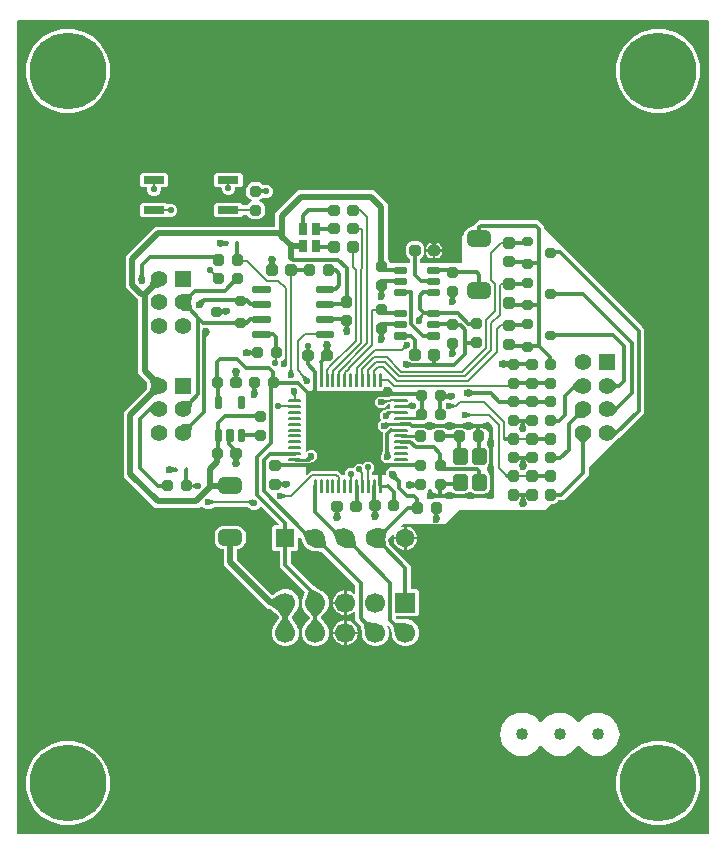
<source format=gtl>
G04 EAGLE Gerber RS-274X export*
G75*
%MOMM*%
%FSLAX34Y34*%
%LPD*%
%INTop Copper*%
%IPPOS*%
%AMOC8*
5,1,8,0,0,1.08239X$1,22.5*%
G01*
%ADD10C,0.665000*%
%ADD11C,0.560000*%
%ADD12C,0.980000*%
%ADD13C,0.420000*%
%ADD14C,0.203000*%
%ADD15C,0.480000*%
%ADD16R,0.800000X1.000000*%
%ADD17C,0.210000*%
%ADD18R,1.600000X1.600000*%
%ADD19C,1.600000*%
%ADD20R,1.400000X1.400000*%
%ADD21C,1.400000*%
%ADD22R,1.700000X1.700000*%
%ADD23C,1.700000*%
%ADD24R,1.800000X0.650000*%
%ADD25C,1.016000*%
%ADD26C,0.300000*%
%ADD27C,0.600000*%
%ADD28C,0.200000*%
%ADD29C,0.290000*%
%ADD30C,0.152400*%
%ADD31C,0.550000*%
%ADD32C,0.203200*%
%ADD33C,0.500000*%
%ADD34C,0.304800*%
%ADD35C,6.500000*%

G36*
X588258Y3252D02*
X588258Y3252D01*
X588267Y3251D01*
X588355Y3272D01*
X588445Y3290D01*
X588452Y3295D01*
X588460Y3297D01*
X588533Y3351D01*
X588609Y3403D01*
X588613Y3410D01*
X588620Y3415D01*
X588667Y3493D01*
X588716Y3570D01*
X588717Y3579D01*
X588722Y3586D01*
X588749Y3750D01*
X588749Y691250D01*
X588748Y691258D01*
X588749Y691267D01*
X588728Y691355D01*
X588710Y691445D01*
X588705Y691452D01*
X588703Y691460D01*
X588649Y691533D01*
X588597Y691609D01*
X588590Y691613D01*
X588585Y691620D01*
X588507Y691667D01*
X588430Y691716D01*
X588421Y691717D01*
X588414Y691722D01*
X588250Y691749D01*
X3750Y691749D01*
X3742Y691748D01*
X3733Y691749D01*
X3645Y691728D01*
X3555Y691710D01*
X3548Y691705D01*
X3540Y691703D01*
X3467Y691649D01*
X3391Y691597D01*
X3387Y691590D01*
X3380Y691585D01*
X3333Y691507D01*
X3284Y691430D01*
X3283Y691421D01*
X3278Y691414D01*
X3251Y691250D01*
X3251Y3750D01*
X3252Y3742D01*
X3251Y3733D01*
X3272Y3645D01*
X3290Y3555D01*
X3295Y3548D01*
X3297Y3540D01*
X3351Y3467D01*
X3403Y3391D01*
X3410Y3387D01*
X3415Y3380D01*
X3493Y3333D01*
X3570Y3284D01*
X3579Y3283D01*
X3586Y3278D01*
X3750Y3251D01*
X588250Y3251D01*
X588258Y3252D01*
G37*
%LPC*%
G36*
X253312Y161799D02*
X253312Y161799D01*
X249085Y163550D01*
X245850Y166785D01*
X244099Y171012D01*
X244099Y175588D01*
X245503Y178977D01*
X245510Y179014D01*
X245527Y179049D01*
X245532Y179128D01*
X245541Y179172D01*
X245540Y179178D01*
X245586Y179234D01*
X245604Y179268D01*
X245662Y179360D01*
X245850Y179815D01*
X247062Y181026D01*
X247073Y181044D01*
X247094Y181061D01*
X250906Y185682D01*
X250934Y185736D01*
X250971Y185784D01*
X250981Y185823D01*
X250999Y185858D01*
X251005Y185918D01*
X251019Y185977D01*
X251013Y186016D01*
X251017Y186056D01*
X250998Y186114D01*
X250989Y186174D01*
X250966Y186213D01*
X250956Y186245D01*
X250932Y186273D01*
X250906Y186318D01*
X248046Y189784D01*
X247094Y190939D01*
X247077Y190952D01*
X247061Y190974D01*
X245850Y192185D01*
X245662Y192640D01*
X245640Y192672D01*
X245640Y192673D01*
X245639Y192676D01*
X245633Y192685D01*
X245586Y192766D01*
X245535Y192827D01*
X245540Y192861D01*
X245523Y192938D01*
X245518Y192982D01*
X245509Y192999D01*
X245503Y193023D01*
X244099Y196412D01*
X244099Y200988D01*
X244876Y202862D01*
X244878Y202872D01*
X244883Y202882D01*
X246610Y207617D01*
X246625Y207715D01*
X246640Y207813D01*
X246639Y207813D01*
X246639Y207814D01*
X246616Y207904D01*
X246590Y208006D01*
X246588Y208009D01*
X246494Y208141D01*
X225699Y228936D01*
X225699Y242000D01*
X225698Y242008D01*
X225699Y242017D01*
X225678Y242105D01*
X225660Y242195D01*
X225655Y242202D01*
X225653Y242210D01*
X225599Y242283D01*
X225547Y242359D01*
X225540Y242363D01*
X225535Y242370D01*
X225457Y242417D01*
X225380Y242466D01*
X225371Y242467D01*
X225364Y242472D01*
X225200Y242499D01*
X220957Y242499D01*
X219199Y244257D01*
X219199Y262743D01*
X220957Y264501D01*
X224429Y264501D01*
X224433Y264502D01*
X224437Y264501D01*
X224531Y264521D01*
X224624Y264540D01*
X224627Y264543D01*
X224631Y264544D01*
X224709Y264599D01*
X224788Y264653D01*
X224790Y264656D01*
X224793Y264659D01*
X224843Y264740D01*
X224895Y264820D01*
X224896Y264825D01*
X224898Y264828D01*
X224912Y264922D01*
X224928Y265017D01*
X224927Y265021D01*
X224928Y265025D01*
X224904Y265117D01*
X224882Y265210D01*
X224879Y265213D01*
X224878Y265217D01*
X224782Y265353D01*
X209588Y280547D01*
X209583Y280550D01*
X209580Y280555D01*
X209500Y280605D01*
X209423Y280656D01*
X209416Y280658D01*
X209411Y280661D01*
X209319Y280676D01*
X209227Y280693D01*
X209221Y280691D01*
X209215Y280692D01*
X209125Y280670D01*
X209033Y280650D01*
X209028Y280646D01*
X209022Y280645D01*
X208947Y280589D01*
X208871Y280535D01*
X208868Y280529D01*
X208862Y280526D01*
X208774Y280385D01*
X208706Y280219D01*
X207018Y278531D01*
X204812Y277618D01*
X202529Y277618D01*
X202489Y277609D01*
X202386Y277597D01*
X202230Y277550D01*
X202217Y277557D01*
X201062Y278179D01*
X201040Y278186D01*
X201016Y278201D01*
X200219Y278531D01*
X200049Y278702D01*
X200044Y278705D01*
X200042Y278708D01*
X200022Y278719D01*
X200015Y278724D01*
X199933Y278788D01*
X198130Y279760D01*
X198118Y279764D01*
X198109Y279771D01*
X198084Y279777D01*
X197491Y280100D01*
X197451Y280112D01*
X197416Y280133D01*
X197343Y280145D01*
X197300Y280158D01*
X197279Y280156D01*
X197252Y280161D01*
X170988Y280161D01*
X170973Y280158D01*
X170958Y280160D01*
X170796Y280122D01*
X170793Y280121D01*
X170012Y279796D01*
X169938Y279765D01*
X169898Y279756D01*
X168848Y279323D01*
X168042Y278991D01*
X167956Y278956D01*
X167944Y278947D01*
X167929Y278944D01*
X167793Y278847D01*
X167258Y278311D01*
X166496Y278311D01*
X166481Y278308D01*
X166467Y278311D01*
X166305Y278273D01*
X165949Y278126D01*
X165935Y278123D01*
X165592Y277982D01*
X165255Y278122D01*
X165240Y278125D01*
X165227Y278133D01*
X165063Y278161D01*
X163645Y278161D01*
X161440Y279074D01*
X159751Y280762D01*
X159683Y280928D01*
X159680Y280933D01*
X159678Y280939D01*
X159624Y281015D01*
X159572Y281092D01*
X159567Y281096D01*
X159563Y281101D01*
X159484Y281150D01*
X159405Y281201D01*
X159399Y281202D01*
X159394Y281205D01*
X159302Y281219D01*
X159209Y281236D01*
X159203Y281234D01*
X159197Y281235D01*
X159107Y281212D01*
X159016Y281191D01*
X159010Y281187D01*
X159004Y281186D01*
X158869Y281090D01*
X156778Y278999D01*
X119722Y278999D01*
X93499Y305222D01*
X93499Y360278D01*
X112647Y379426D01*
X112683Y379481D01*
X112727Y379530D01*
X112741Y379567D01*
X112757Y379592D01*
X112764Y379631D01*
X112785Y379686D01*
X113302Y382407D01*
X113302Y382417D01*
X113306Y382427D01*
X113302Y382593D01*
X112785Y385314D01*
X112760Y385375D01*
X112744Y385438D01*
X112721Y385470D01*
X112709Y385498D01*
X112681Y385526D01*
X112647Y385574D01*
X105499Y392722D01*
X105499Y455015D01*
X105497Y455027D01*
X105499Y455040D01*
X105477Y455124D01*
X105460Y455210D01*
X105453Y455220D01*
X105449Y455232D01*
X105353Y455368D01*
X98368Y462353D01*
X94999Y465722D01*
X94999Y491778D01*
X120222Y517001D01*
X221250Y517001D01*
X221258Y517002D01*
X221267Y517001D01*
X221355Y517022D01*
X221445Y517040D01*
X221452Y517045D01*
X221460Y517047D01*
X221533Y517101D01*
X221609Y517153D01*
X221613Y517160D01*
X221620Y517165D01*
X221667Y517243D01*
X221716Y517320D01*
X221717Y517329D01*
X221722Y517336D01*
X221749Y517500D01*
X221749Y528528D01*
X241222Y548001D01*
X305278Y548001D01*
X317001Y536278D01*
X317001Y490002D01*
X317003Y489990D01*
X317001Y489977D01*
X317023Y489893D01*
X317040Y489807D01*
X317047Y489797D01*
X317051Y489785D01*
X317147Y489649D01*
X318288Y488508D01*
X318992Y486809D01*
X318997Y486800D01*
X319000Y486790D01*
X319053Y486718D01*
X319103Y486644D01*
X319112Y486638D01*
X319118Y486630D01*
X319194Y486585D01*
X319269Y486536D01*
X319280Y486534D01*
X319289Y486528D01*
X319453Y486501D01*
X335000Y486501D01*
X335008Y486502D01*
X335017Y486501D01*
X335105Y486522D01*
X335195Y486540D01*
X335202Y486545D01*
X335210Y486547D01*
X335283Y486601D01*
X335359Y486653D01*
X335363Y486660D01*
X335370Y486665D01*
X335417Y486743D01*
X335466Y486820D01*
X335467Y486829D01*
X335472Y486836D01*
X335499Y487000D01*
X335499Y489669D01*
X335497Y489679D01*
X335499Y489689D01*
X335477Y489776D01*
X335460Y489863D01*
X335454Y489872D01*
X335451Y489882D01*
X335398Y489954D01*
X335347Y490027D01*
X335338Y490033D01*
X335332Y490041D01*
X335191Y490130D01*
X334992Y490212D01*
X333212Y491992D01*
X332249Y494317D01*
X332249Y499683D01*
X333212Y502008D01*
X334992Y503788D01*
X337317Y504751D01*
X342683Y504751D01*
X345008Y503788D01*
X346788Y502008D01*
X347751Y499683D01*
X347751Y494317D01*
X346788Y491992D01*
X345008Y490212D01*
X344809Y490130D01*
X344800Y490124D01*
X344790Y490121D01*
X344718Y490069D01*
X344644Y490019D01*
X344638Y490010D01*
X344630Y490004D01*
X344584Y489927D01*
X344536Y489852D01*
X344534Y489842D01*
X344528Y489833D01*
X344501Y489669D01*
X344501Y487000D01*
X344502Y486992D01*
X344501Y486983D01*
X344522Y486895D01*
X344540Y486805D01*
X344545Y486798D01*
X344547Y486790D01*
X344601Y486717D01*
X344653Y486641D01*
X344660Y486637D01*
X344665Y486630D01*
X344743Y486583D01*
X344820Y486534D01*
X344829Y486533D01*
X344836Y486528D01*
X345000Y486501D01*
X379500Y486501D01*
X379508Y486502D01*
X379517Y486501D01*
X379605Y486522D01*
X379695Y486540D01*
X379702Y486545D01*
X379710Y486547D01*
X379783Y486601D01*
X379859Y486653D01*
X379863Y486660D01*
X379870Y486665D01*
X379917Y486743D01*
X379966Y486820D01*
X379967Y486829D01*
X379972Y486836D01*
X379999Y487000D01*
X379999Y509207D01*
X381454Y510663D01*
X381463Y510675D01*
X381474Y510684D01*
X381563Y510824D01*
X382702Y513575D01*
X384925Y515798D01*
X387676Y516937D01*
X387688Y516946D01*
X387702Y516949D01*
X387837Y517046D01*
X388353Y517561D01*
X388793Y518001D01*
X389500Y518001D01*
X389508Y518002D01*
X389517Y518001D01*
X389605Y518022D01*
X389695Y518040D01*
X389702Y518045D01*
X389710Y518047D01*
X389783Y518101D01*
X389859Y518153D01*
X389863Y518160D01*
X389870Y518165D01*
X389917Y518243D01*
X389966Y518320D01*
X389967Y518329D01*
X389972Y518336D01*
X389972Y518337D01*
X394136Y522501D01*
X444364Y522501D01*
X449501Y517364D01*
X449501Y515914D01*
X449503Y515902D01*
X449501Y515889D01*
X449523Y515805D01*
X449540Y515719D01*
X449547Y515709D01*
X449551Y515697D01*
X449647Y515561D01*
X532001Y433207D01*
X532001Y432571D01*
X532003Y432559D01*
X532001Y432546D01*
X532023Y432462D01*
X532040Y432376D01*
X532047Y432366D01*
X532051Y432354D01*
X532147Y432218D01*
X534001Y430364D01*
X534001Y359636D01*
X515147Y340782D01*
X515091Y340726D01*
X515087Y340721D01*
X515083Y340718D01*
X515033Y340638D01*
X514981Y340560D01*
X514980Y340554D01*
X514977Y340549D01*
X514975Y340538D01*
X513694Y339326D01*
X513687Y339316D01*
X513674Y339306D01*
X512455Y338019D01*
X512420Y338011D01*
X512415Y338007D01*
X512410Y338006D01*
X512365Y337973D01*
X512297Y337960D01*
X512292Y337956D01*
X512286Y337955D01*
X512148Y337863D01*
X509479Y335335D01*
X509475Y335330D01*
X509469Y335326D01*
X508165Y334022D01*
X508119Y334003D01*
X508113Y333998D01*
X508105Y333997D01*
X508023Y333942D01*
X507946Y333924D01*
X507917Y333919D01*
X507914Y333917D01*
X507909Y333916D01*
X506661Y333399D01*
X506648Y333390D01*
X506634Y333387D01*
X506499Y333290D01*
X487147Y313939D01*
X487140Y313928D01*
X487130Y313921D01*
X487085Y313846D01*
X487037Y313773D01*
X487035Y313761D01*
X487028Y313750D01*
X487001Y313586D01*
X487001Y306636D01*
X465864Y285499D01*
X461831Y285499D01*
X461821Y285497D01*
X461811Y285499D01*
X461724Y285477D01*
X461637Y285460D01*
X461628Y285454D01*
X461618Y285451D01*
X461546Y285398D01*
X461473Y285347D01*
X461467Y285338D01*
X461459Y285332D01*
X461370Y285191D01*
X461288Y284992D01*
X459508Y283212D01*
X457183Y282249D01*
X455664Y282249D01*
X455652Y282247D01*
X455639Y282249D01*
X455555Y282227D01*
X455469Y282210D01*
X455459Y282203D01*
X455447Y282199D01*
X455311Y282103D01*
X450707Y277499D01*
X377414Y277499D01*
X377402Y277497D01*
X377389Y277499D01*
X377305Y277477D01*
X377219Y277460D01*
X377209Y277453D01*
X377197Y277449D01*
X377061Y277353D01*
X365207Y265499D01*
X329914Y265499D01*
X329902Y265497D01*
X329889Y265499D01*
X329805Y265477D01*
X329719Y265460D01*
X329709Y265453D01*
X329697Y265449D01*
X329561Y265353D01*
X327973Y263764D01*
X327927Y263696D01*
X327877Y263631D01*
X327873Y263614D01*
X327863Y263599D01*
X327848Y263518D01*
X327827Y263438D01*
X327830Y263421D01*
X327826Y263403D01*
X327844Y263323D01*
X327856Y263242D01*
X327865Y263226D01*
X327869Y263209D01*
X327917Y263142D01*
X327960Y263072D01*
X327974Y263061D01*
X327984Y263047D01*
X328055Y263004D01*
X328121Y262956D01*
X328139Y262952D01*
X328154Y262943D01*
X328235Y262930D01*
X328315Y262912D01*
X328335Y262915D01*
X328350Y262913D01*
X328394Y262924D01*
X328480Y262937D01*
X329458Y263255D01*
X330801Y263467D01*
X330801Y254499D01*
X321833Y254499D01*
X322045Y255842D01*
X322363Y256820D01*
X322373Y256902D01*
X322388Y256983D01*
X322384Y257000D01*
X322386Y257018D01*
X322363Y257097D01*
X322345Y257177D01*
X322335Y257191D01*
X322330Y257208D01*
X322277Y257272D01*
X322230Y257339D01*
X322215Y257348D01*
X322203Y257362D01*
X322130Y257400D01*
X322060Y257443D01*
X322043Y257446D01*
X322027Y257454D01*
X321945Y257461D01*
X321864Y257473D01*
X321847Y257469D01*
X321829Y257470D01*
X321751Y257444D01*
X321671Y257424D01*
X321655Y257412D01*
X321640Y257407D01*
X321606Y257378D01*
X321536Y257327D01*
X318647Y254439D01*
X318196Y253988D01*
X318153Y253971D01*
X318098Y253960D01*
X318062Y253935D01*
X318021Y253918D01*
X317981Y253879D01*
X317934Y253847D01*
X317910Y253810D01*
X317879Y253779D01*
X317850Y253716D01*
X317827Y253680D01*
X317823Y253656D01*
X317810Y253627D01*
X317534Y252579D01*
X317519Y252413D01*
X317815Y248620D01*
X317840Y248530D01*
X317863Y248441D01*
X317867Y248435D01*
X317869Y248429D01*
X317891Y248401D01*
X317959Y248306D01*
X333518Y232747D01*
X336301Y229964D01*
X336301Y210700D01*
X336302Y210692D01*
X336301Y210683D01*
X336322Y210595D01*
X336340Y210505D01*
X336345Y210498D01*
X336347Y210490D01*
X336401Y210417D01*
X336453Y210341D01*
X336460Y210337D01*
X336465Y210330D01*
X336543Y210283D01*
X336620Y210234D01*
X336629Y210233D01*
X336636Y210228D01*
X336800Y210201D01*
X341543Y210201D01*
X343301Y208443D01*
X343301Y188957D01*
X341543Y187199D01*
X324000Y187199D01*
X323992Y187198D01*
X323983Y187199D01*
X323895Y187178D01*
X323805Y187160D01*
X323798Y187155D01*
X323790Y187153D01*
X323717Y187099D01*
X323641Y187047D01*
X323637Y187040D01*
X323630Y187035D01*
X323583Y186957D01*
X323534Y186880D01*
X323533Y186871D01*
X323528Y186864D01*
X323501Y186700D01*
X323501Y186571D01*
X323503Y186559D01*
X323501Y186546D01*
X323523Y186462D01*
X323540Y186376D01*
X323547Y186366D01*
X323551Y186354D01*
X323647Y186218D01*
X324966Y184899D01*
X324978Y184891D01*
X324986Y184880D01*
X325060Y184837D01*
X325131Y184789D01*
X325146Y184787D01*
X325158Y184780D01*
X325322Y184753D01*
X329374Y184783D01*
X329387Y184786D01*
X329399Y184784D01*
X329473Y184801D01*
X331753Y184801D01*
X331755Y184801D01*
X331757Y184801D01*
X333712Y184815D01*
X333797Y184801D01*
X334088Y184801D01*
X338315Y183050D01*
X341550Y179815D01*
X343301Y175588D01*
X343301Y171012D01*
X341550Y166785D01*
X338315Y163550D01*
X334088Y161799D01*
X329512Y161799D01*
X325285Y163550D01*
X322050Y166785D01*
X321166Y168920D01*
X321130Y168973D01*
X321103Y169030D01*
X321072Y169059D01*
X321055Y169084D01*
X321022Y169106D01*
X320981Y169144D01*
X320893Y169203D01*
X320756Y169885D01*
X320741Y169922D01*
X320728Y169978D01*
X320299Y171012D01*
X320299Y172104D01*
X320291Y172143D01*
X320289Y172203D01*
X320117Y173061D01*
X319153Y177848D01*
X319128Y177908D01*
X319111Y177970D01*
X319087Y178003D01*
X319076Y178031D01*
X319047Y178059D01*
X319014Y178105D01*
X318683Y178432D01*
X318631Y178504D01*
X318616Y178519D01*
X317097Y180038D01*
X317095Y180039D01*
X317094Y180041D01*
X317013Y180094D01*
X316931Y180148D01*
X316929Y180148D01*
X316927Y180149D01*
X316832Y180166D01*
X316736Y180184D01*
X316734Y180184D01*
X316732Y180184D01*
X316637Y180162D01*
X316541Y180141D01*
X316540Y180140D01*
X316538Y180140D01*
X316458Y180082D01*
X316379Y180026D01*
X316378Y180024D01*
X316377Y180023D01*
X316326Y179940D01*
X316275Y179857D01*
X316275Y179855D01*
X316274Y179853D01*
X316260Y179756D01*
X316245Y179660D01*
X316246Y179658D01*
X316246Y179656D01*
X316283Y179494D01*
X317901Y175588D01*
X317901Y171012D01*
X316150Y166785D01*
X312915Y163550D01*
X308688Y161799D01*
X304112Y161799D01*
X299885Y163550D01*
X296650Y166785D01*
X295246Y170174D01*
X295225Y170206D01*
X295212Y170243D01*
X295160Y170302D01*
X295135Y170339D01*
X295130Y170343D01*
X295123Y170415D01*
X295112Y170452D01*
X295087Y170558D01*
X294899Y171012D01*
X294899Y172725D01*
X294895Y172746D01*
X294897Y172773D01*
X294313Y178860D01*
X294287Y178945D01*
X294266Y179030D01*
X294258Y179041D01*
X294255Y179051D01*
X294228Y179083D01*
X294169Y179166D01*
X289349Y183986D01*
X289349Y190994D01*
X289348Y190998D01*
X289349Y191002D01*
X289329Y191095D01*
X289310Y191189D01*
X289307Y191192D01*
X289306Y191196D01*
X289251Y191274D01*
X289197Y191353D01*
X289194Y191355D01*
X289191Y191358D01*
X289109Y191409D01*
X289030Y191460D01*
X289025Y191460D01*
X289022Y191462D01*
X288928Y191477D01*
X288833Y191493D01*
X288829Y191492D01*
X288825Y191492D01*
X288733Y191469D01*
X288640Y191447D01*
X288637Y191444D01*
X288633Y191443D01*
X288497Y191347D01*
X287841Y190691D01*
X286504Y189719D01*
X285031Y188969D01*
X283459Y188458D01*
X281999Y188227D01*
X281999Y198200D01*
X281998Y198208D01*
X281999Y198216D01*
X281978Y198305D01*
X281960Y198395D01*
X281955Y198402D01*
X281953Y198410D01*
X281899Y198483D01*
X281847Y198559D01*
X281840Y198563D01*
X281835Y198570D01*
X281757Y198616D01*
X281680Y198666D01*
X281671Y198667D01*
X281664Y198671D01*
X281500Y198699D01*
X280999Y198699D01*
X280999Y198701D01*
X281500Y198701D01*
X281508Y198703D01*
X281516Y198701D01*
X281605Y198722D01*
X281695Y198740D01*
X281702Y198745D01*
X281710Y198747D01*
X281783Y198801D01*
X281859Y198853D01*
X281863Y198860D01*
X281870Y198865D01*
X281916Y198943D01*
X281966Y199021D01*
X281967Y199029D01*
X281971Y199036D01*
X281999Y199200D01*
X281999Y209173D01*
X283459Y208942D01*
X285031Y208431D01*
X286504Y207681D01*
X287841Y206709D01*
X288497Y206053D01*
X288500Y206051D01*
X288503Y206047D01*
X288583Y205996D01*
X288663Y205943D01*
X288667Y205943D01*
X288670Y205940D01*
X288764Y205925D01*
X288858Y205907D01*
X288862Y205908D01*
X288867Y205907D01*
X288958Y205929D01*
X289052Y205950D01*
X289056Y205952D01*
X289060Y205953D01*
X289136Y206009D01*
X289215Y206065D01*
X289217Y206069D01*
X289220Y206071D01*
X289268Y206153D01*
X289319Y206234D01*
X289319Y206239D01*
X289322Y206242D01*
X289349Y206406D01*
X289349Y213179D01*
X289347Y213191D01*
X289349Y213204D01*
X289327Y213288D01*
X289310Y213374D01*
X289303Y213384D01*
X289299Y213396D01*
X289203Y213532D01*
X260794Y241941D01*
X260717Y241992D01*
X260642Y242045D01*
X260634Y242047D01*
X260629Y242050D01*
X260594Y242057D01*
X260480Y242085D01*
X256810Y242372D01*
X255190Y242498D01*
X255173Y242496D01*
X255152Y242499D01*
X253412Y242499D01*
X253077Y242638D01*
X253048Y242644D01*
X252925Y242674D01*
X252878Y242678D01*
X252864Y242696D01*
X252790Y242743D01*
X252755Y242770D01*
X252740Y242774D01*
X252723Y242784D01*
X249369Y244174D01*
X246274Y247269D01*
X246154Y247559D01*
X246150Y247565D01*
X246148Y247572D01*
X246095Y247647D01*
X246049Y247715D01*
X245394Y249392D01*
X245392Y249396D01*
X245391Y249402D01*
X244599Y251312D01*
X244599Y251336D01*
X244597Y251345D01*
X244599Y251355D01*
X244565Y251518D01*
X243721Y253681D01*
X243713Y253695D01*
X243709Y253710D01*
X243659Y253778D01*
X243613Y253849D01*
X243600Y253857D01*
X243591Y253870D01*
X243519Y253913D01*
X243449Y253960D01*
X243433Y253964D01*
X243420Y253972D01*
X243256Y253999D01*
X241700Y253999D01*
X241692Y253998D01*
X241683Y253999D01*
X241595Y253978D01*
X241505Y253960D01*
X241498Y253955D01*
X241490Y253953D01*
X241417Y253899D01*
X241341Y253847D01*
X241337Y253840D01*
X241330Y253835D01*
X241283Y253757D01*
X241234Y253680D01*
X241233Y253671D01*
X241228Y253664D01*
X241201Y253500D01*
X241201Y244257D01*
X239443Y242499D01*
X235200Y242499D01*
X235192Y242498D01*
X235183Y242499D01*
X235095Y242478D01*
X235005Y242460D01*
X234998Y242455D01*
X234990Y242453D01*
X234917Y242399D01*
X234841Y242347D01*
X234837Y242340D01*
X234830Y242335D01*
X234783Y242257D01*
X234734Y242180D01*
X234733Y242171D01*
X234728Y242164D01*
X234701Y242000D01*
X234701Y232871D01*
X234703Y232859D01*
X234701Y232846D01*
X234723Y232762D01*
X234740Y232676D01*
X234747Y232666D01*
X234751Y232654D01*
X234847Y232518D01*
X254330Y213035D01*
X254351Y213021D01*
X254367Y213001D01*
X254464Y212946D01*
X254496Y212925D01*
X254504Y212924D01*
X254512Y212919D01*
X255223Y212660D01*
X255364Y212357D01*
X255403Y212305D01*
X255433Y212248D01*
X255464Y212222D01*
X255482Y212197D01*
X255516Y212177D01*
X255560Y212140D01*
X260758Y209018D01*
X260788Y209007D01*
X260824Y208984D01*
X262115Y208450D01*
X262690Y207875D01*
X262727Y207850D01*
X262786Y207800D01*
X263120Y207599D01*
X263138Y207528D01*
X263160Y207481D01*
X263173Y207431D01*
X263206Y207384D01*
X263223Y207348D01*
X263246Y207328D01*
X263269Y207296D01*
X265350Y205215D01*
X267101Y200988D01*
X267101Y196412D01*
X265697Y193023D01*
X265690Y192985D01*
X265673Y192951D01*
X265668Y192872D01*
X265659Y192828D01*
X265660Y192822D01*
X265614Y192766D01*
X265596Y192732D01*
X265538Y192640D01*
X265350Y192185D01*
X264138Y190974D01*
X264127Y190956D01*
X264106Y190939D01*
X260294Y186318D01*
X260266Y186264D01*
X260229Y186216D01*
X260219Y186177D01*
X260201Y186142D01*
X260195Y186082D01*
X260181Y186023D01*
X260187Y185984D01*
X260183Y185944D01*
X260202Y185886D01*
X260211Y185826D01*
X260234Y185787D01*
X260244Y185755D01*
X260268Y185727D01*
X260294Y185682D01*
X263154Y182216D01*
X264106Y181062D01*
X264123Y181048D01*
X264138Y181026D01*
X265350Y179815D01*
X265538Y179360D01*
X265560Y179328D01*
X265614Y179233D01*
X265665Y179172D01*
X265660Y179139D01*
X265677Y179062D01*
X265682Y179018D01*
X265691Y179001D01*
X265697Y178977D01*
X267101Y175588D01*
X267101Y171012D01*
X265350Y166785D01*
X262115Y163550D01*
X257888Y161799D01*
X253312Y161799D01*
G37*
%LPD*%
G36*
X248492Y307003D02*
X248492Y307003D01*
X248504Y307001D01*
X248589Y307023D01*
X248674Y307040D01*
X248685Y307048D01*
X248697Y307051D01*
X248833Y307147D01*
X251736Y310051D01*
X274764Y310051D01*
X277667Y307147D01*
X277678Y307140D01*
X277685Y307130D01*
X277760Y307086D01*
X277833Y307037D01*
X277846Y307035D01*
X277856Y307028D01*
X278020Y307001D01*
X280200Y307001D01*
X280208Y307002D01*
X280217Y307001D01*
X280305Y307022D01*
X280395Y307040D01*
X280402Y307045D01*
X280410Y307047D01*
X280483Y307101D01*
X280559Y307153D01*
X280563Y307160D01*
X280570Y307165D01*
X280617Y307243D01*
X280666Y307320D01*
X280667Y307329D01*
X280672Y307336D01*
X280699Y307500D01*
X280699Y309989D01*
X283511Y312801D01*
X287611Y312801D01*
X287620Y312802D01*
X287628Y312801D01*
X287716Y312822D01*
X287806Y312840D01*
X287813Y312845D01*
X287821Y312847D01*
X287895Y312901D01*
X287970Y312953D01*
X287975Y312960D01*
X287981Y312965D01*
X288028Y313043D01*
X288077Y313120D01*
X288079Y313129D01*
X288083Y313136D01*
X288111Y313300D01*
X288111Y313577D01*
X290923Y316389D01*
X294900Y316389D01*
X295397Y315892D01*
X295404Y315888D01*
X295409Y315881D01*
X295487Y315833D01*
X295563Y315782D01*
X295571Y315781D01*
X295578Y315777D01*
X295668Y315763D01*
X295758Y315746D01*
X295766Y315748D01*
X295775Y315747D01*
X295863Y315769D01*
X295952Y315789D01*
X295959Y315794D01*
X295967Y315796D01*
X296103Y315892D01*
X298511Y318301D01*
X302489Y318301D01*
X305301Y315489D01*
X305301Y311511D01*
X303459Y309670D01*
X303452Y309659D01*
X303442Y309652D01*
X303397Y309577D01*
X303349Y309504D01*
X303347Y309492D01*
X303340Y309481D01*
X303313Y309317D01*
X303313Y307500D01*
X303314Y307492D01*
X303313Y307483D01*
X303334Y307395D01*
X303352Y307305D01*
X303357Y307298D01*
X303359Y307290D01*
X303413Y307217D01*
X303465Y307141D01*
X303472Y307137D01*
X303477Y307130D01*
X303555Y307083D01*
X303632Y307034D01*
X303641Y307033D01*
X303648Y307028D01*
X303812Y307001D01*
X314950Y307001D01*
X314958Y307002D01*
X314967Y307001D01*
X315055Y307022D01*
X315145Y307040D01*
X315152Y307045D01*
X315160Y307047D01*
X315233Y307101D01*
X315309Y307153D01*
X315313Y307160D01*
X315320Y307165D01*
X315367Y307243D01*
X315416Y307320D01*
X315417Y307329D01*
X315422Y307336D01*
X315449Y307500D01*
X315449Y309592D01*
X318353Y312496D01*
X318360Y312506D01*
X318370Y312514D01*
X318414Y312589D01*
X318463Y312662D01*
X318465Y312674D01*
X318472Y312685D01*
X318499Y312849D01*
X318499Y316450D01*
X318498Y316458D01*
X318499Y316467D01*
X318478Y316555D01*
X318460Y316645D01*
X318455Y316652D01*
X318453Y316660D01*
X318399Y316733D01*
X318347Y316809D01*
X318340Y316813D01*
X318335Y316820D01*
X318257Y316867D01*
X318180Y316916D01*
X318171Y316917D01*
X318164Y316922D01*
X318000Y316949D01*
X314408Y316949D01*
X311449Y319908D01*
X311449Y321519D01*
X311441Y321559D01*
X311443Y321599D01*
X311419Y321671D01*
X311410Y321714D01*
X311398Y321732D01*
X311389Y321757D01*
X311240Y322034D01*
X311428Y322667D01*
X311432Y322709D01*
X311449Y322810D01*
X311449Y324092D01*
X311936Y324578D01*
X311958Y324612D01*
X311988Y324639D01*
X312021Y324707D01*
X312045Y324744D01*
X312049Y324765D01*
X312061Y324789D01*
X312139Y325050D01*
X312139Y325051D01*
X312752Y327107D01*
X312758Y327168D01*
X312773Y327228D01*
X312767Y327273D01*
X312770Y327305D01*
X312759Y327340D01*
X312752Y327393D01*
X312677Y327645D01*
X312889Y328037D01*
X312901Y328076D01*
X312922Y328111D01*
X312934Y328185D01*
X312947Y328228D01*
X312945Y328248D01*
X312949Y328275D01*
X312949Y342950D01*
X312948Y342957D01*
X312949Y342963D01*
X312949Y342965D01*
X312949Y342967D01*
X312928Y343055D01*
X312910Y343145D01*
X312905Y343152D01*
X312903Y343160D01*
X312849Y343233D01*
X312797Y343309D01*
X312790Y343313D01*
X312785Y343320D01*
X312707Y343367D01*
X312630Y343416D01*
X312621Y343417D01*
X312614Y343422D01*
X312450Y343449D01*
X311908Y343449D01*
X308949Y346408D01*
X308949Y350592D01*
X311254Y352897D01*
X311259Y352904D01*
X311266Y352909D01*
X311313Y352986D01*
X311364Y353063D01*
X311365Y353071D01*
X311370Y353078D01*
X311384Y353168D01*
X311400Y353258D01*
X311399Y353266D01*
X311400Y353275D01*
X311377Y353363D01*
X311358Y353452D01*
X311353Y353459D01*
X311351Y353467D01*
X311254Y353603D01*
X309949Y354908D01*
X309949Y359092D01*
X312908Y362051D01*
X314394Y362051D01*
X314436Y362059D01*
X314502Y362062D01*
X315317Y362243D01*
X315371Y362266D01*
X315427Y362281D01*
X315467Y362309D01*
X315499Y362323D01*
X315523Y362349D01*
X315563Y362377D01*
X316236Y363051D01*
X318000Y363051D01*
X318008Y363052D01*
X318017Y363051D01*
X318105Y363072D01*
X318195Y363090D01*
X318202Y363095D01*
X318210Y363097D01*
X318283Y363151D01*
X318359Y363203D01*
X318363Y363210D01*
X318370Y363215D01*
X318417Y363293D01*
X318466Y363370D01*
X318467Y363379D01*
X318472Y363386D01*
X318499Y363550D01*
X318499Y366400D01*
X318498Y366408D01*
X318499Y366417D01*
X318478Y366505D01*
X318460Y366595D01*
X318455Y366602D01*
X318453Y366610D01*
X318399Y366683D01*
X318347Y366759D01*
X318340Y366763D01*
X318335Y366770D01*
X318257Y366817D01*
X318180Y366866D01*
X318171Y366867D01*
X318164Y366872D01*
X318000Y366899D01*
X317616Y366899D01*
X317524Y366881D01*
X317432Y366864D01*
X317426Y366861D01*
X317421Y366860D01*
X317394Y366842D01*
X317289Y366778D01*
X317198Y366699D01*
X317170Y366682D01*
X314757Y364612D01*
X314747Y364599D01*
X314729Y364586D01*
X313400Y363257D01*
X309216Y363257D01*
X306257Y366216D01*
X306257Y370400D01*
X309216Y373359D01*
X310138Y373359D01*
X310229Y373377D01*
X310322Y373394D01*
X310327Y373397D01*
X310333Y373398D01*
X310359Y373416D01*
X310395Y373438D01*
X311473Y373360D01*
X311490Y373362D01*
X311510Y373359D01*
X313400Y373359D01*
X313418Y373340D01*
X313497Y373288D01*
X313573Y373235D01*
X313580Y373233D01*
X313584Y373230D01*
X313615Y373225D01*
X313735Y373195D01*
X315057Y373099D01*
X315069Y373100D01*
X315080Y373098D01*
X315099Y373101D01*
X316392Y373002D01*
X316409Y373004D01*
X316430Y373001D01*
X317536Y373001D01*
X317548Y373003D01*
X317561Y373001D01*
X317645Y373023D01*
X317730Y373040D01*
X317741Y373048D01*
X317753Y373051D01*
X318000Y373051D01*
X318008Y373052D01*
X318017Y373051D01*
X318105Y373072D01*
X318195Y373090D01*
X318202Y373095D01*
X318210Y373097D01*
X318283Y373151D01*
X318359Y373203D01*
X318363Y373210D01*
X318370Y373215D01*
X318417Y373293D01*
X318466Y373370D01*
X318467Y373379D01*
X318472Y373386D01*
X318499Y373550D01*
X318499Y377500D01*
X318498Y377508D01*
X318499Y377517D01*
X318478Y377605D01*
X318460Y377695D01*
X318455Y377702D01*
X318453Y377710D01*
X318399Y377783D01*
X318347Y377859D01*
X318340Y377863D01*
X318335Y377870D01*
X318257Y377917D01*
X318180Y377966D01*
X318171Y377967D01*
X318164Y377972D01*
X318000Y377999D01*
X248000Y377999D01*
X247992Y377998D01*
X247983Y377999D01*
X247895Y377978D01*
X247805Y377960D01*
X247798Y377955D01*
X247790Y377953D01*
X247717Y377899D01*
X247641Y377847D01*
X247637Y377840D01*
X247630Y377835D01*
X247583Y377757D01*
X247534Y377680D01*
X247533Y377671D01*
X247528Y377664D01*
X247501Y377500D01*
X247501Y326895D01*
X247508Y326861D01*
X247506Y326826D01*
X247527Y326764D01*
X247540Y326700D01*
X247560Y326672D01*
X247572Y326639D01*
X247616Y326590D01*
X247653Y326536D01*
X247682Y326518D01*
X247706Y326492D01*
X247765Y326465D01*
X247820Y326429D01*
X247855Y326424D01*
X247887Y326409D01*
X247952Y326407D01*
X248017Y326396D01*
X248051Y326404D01*
X248086Y326403D01*
X248147Y326427D01*
X248210Y326442D01*
X248238Y326463D01*
X248271Y326476D01*
X248334Y326534D01*
X248370Y326560D01*
X248378Y326574D01*
X248394Y326588D01*
X248911Y327251D01*
X248965Y327258D01*
X249043Y327284D01*
X249122Y327304D01*
X249138Y327316D01*
X249154Y327321D01*
X249188Y327351D01*
X249257Y327400D01*
X249908Y328051D01*
X254092Y328051D01*
X257051Y325092D01*
X257051Y320908D01*
X255125Y318982D01*
X255106Y318953D01*
X255034Y318858D01*
X254915Y318628D01*
X254819Y318597D01*
X254788Y318580D01*
X254753Y318571D01*
X254685Y318522D01*
X254645Y318500D01*
X254635Y318487D01*
X254617Y318475D01*
X254092Y317949D01*
X252863Y317949D01*
X252830Y317942D01*
X252712Y317926D01*
X251601Y317572D01*
X251570Y317554D01*
X251536Y317546D01*
X251467Y317497D01*
X251428Y317475D01*
X251417Y317462D01*
X251400Y317449D01*
X250450Y316499D01*
X248314Y316499D01*
X248280Y316492D01*
X248162Y316476D01*
X247848Y316376D01*
X247821Y316360D01*
X247790Y316353D01*
X247735Y316312D01*
X247675Y316279D01*
X247655Y316254D01*
X247630Y316235D01*
X247595Y316176D01*
X247553Y316122D01*
X247545Y316091D01*
X247528Y316064D01*
X247513Y315972D01*
X247502Y315930D01*
X247504Y315916D01*
X247501Y315900D01*
X247501Y307500D01*
X247502Y307492D01*
X247501Y307483D01*
X247522Y307395D01*
X247540Y307305D01*
X247545Y307298D01*
X247547Y307290D01*
X247601Y307217D01*
X247653Y307141D01*
X247660Y307137D01*
X247665Y307130D01*
X247743Y307083D01*
X247820Y307034D01*
X247829Y307033D01*
X247836Y307028D01*
X248000Y307001D01*
X248480Y307001D01*
X248492Y307003D01*
G37*
%LPC*%
G36*
X541326Y613499D02*
X541326Y613499D01*
X532297Y615919D01*
X524202Y620592D01*
X517592Y627202D01*
X512919Y635297D01*
X510499Y644326D01*
X510499Y653674D01*
X512919Y662703D01*
X517592Y670798D01*
X524202Y677408D01*
X532297Y682081D01*
X541326Y684501D01*
X550674Y684501D01*
X559703Y682081D01*
X567798Y677408D01*
X574408Y670798D01*
X579081Y662703D01*
X581501Y653674D01*
X581501Y644326D01*
X579081Y635297D01*
X574408Y627202D01*
X567798Y620592D01*
X559703Y615919D01*
X550674Y613499D01*
X541326Y613499D01*
G37*
%LPD*%
%LPC*%
G36*
X41326Y613499D02*
X41326Y613499D01*
X32297Y615919D01*
X24202Y620592D01*
X17592Y627202D01*
X12919Y635297D01*
X10499Y644326D01*
X10499Y653674D01*
X12919Y662703D01*
X17592Y670798D01*
X24202Y677408D01*
X32297Y682081D01*
X41326Y684501D01*
X50674Y684501D01*
X59703Y682081D01*
X67798Y677408D01*
X74408Y670798D01*
X79081Y662703D01*
X81501Y653674D01*
X81501Y644326D01*
X79081Y635297D01*
X74408Y627202D01*
X67798Y620592D01*
X59703Y615919D01*
X50674Y613499D01*
X41326Y613499D01*
G37*
%LPD*%
%LPC*%
G36*
X41326Y10499D02*
X41326Y10499D01*
X32297Y12919D01*
X24202Y17592D01*
X17592Y24202D01*
X12919Y32297D01*
X10499Y41326D01*
X10499Y50674D01*
X12919Y59703D01*
X17592Y67798D01*
X24202Y74408D01*
X32297Y79081D01*
X41326Y81501D01*
X50674Y81501D01*
X59703Y79081D01*
X67798Y74408D01*
X74408Y67798D01*
X79081Y59703D01*
X81501Y50674D01*
X81501Y41326D01*
X79081Y32297D01*
X74408Y24202D01*
X67798Y17592D01*
X59703Y12919D01*
X50674Y10499D01*
X41326Y10499D01*
G37*
%LPD*%
%LPC*%
G36*
X541326Y10499D02*
X541326Y10499D01*
X532297Y12919D01*
X524202Y17592D01*
X517592Y24202D01*
X512919Y32297D01*
X510499Y41326D01*
X510499Y50674D01*
X512919Y59703D01*
X517592Y67798D01*
X524202Y74408D01*
X532297Y79081D01*
X541326Y81501D01*
X550674Y81501D01*
X559703Y79081D01*
X567798Y74408D01*
X574408Y67798D01*
X579081Y59703D01*
X581501Y50674D01*
X581501Y41326D01*
X579081Y32297D01*
X574408Y24202D01*
X567798Y17592D01*
X559703Y12919D01*
X550674Y10499D01*
X541326Y10499D01*
G37*
%LPD*%
%LPC*%
G36*
X426356Y69344D02*
X426356Y69344D01*
X418889Y72940D01*
X413721Y79420D01*
X411877Y87500D01*
X413721Y95580D01*
X418889Y102060D01*
X426356Y105656D01*
X434644Y105656D01*
X442111Y102060D01*
X446110Y97046D01*
X446159Y97005D01*
X446202Y96957D01*
X446234Y96942D01*
X446262Y96918D01*
X446324Y96900D01*
X446382Y96872D01*
X446418Y96871D01*
X446452Y96860D01*
X446516Y96867D01*
X446580Y96865D01*
X446614Y96877D01*
X446650Y96881D01*
X446706Y96912D01*
X446766Y96935D01*
X446797Y96963D01*
X446824Y96977D01*
X446848Y97008D01*
X446890Y97046D01*
X450889Y102060D01*
X458356Y105656D01*
X466644Y105656D01*
X474111Y102060D01*
X478110Y97046D01*
X478159Y97005D01*
X478202Y96957D01*
X478234Y96942D01*
X478262Y96918D01*
X478324Y96900D01*
X478382Y96872D01*
X478418Y96871D01*
X478452Y96860D01*
X478516Y96867D01*
X478580Y96865D01*
X478614Y96877D01*
X478650Y96881D01*
X478706Y96912D01*
X478766Y96935D01*
X478797Y96963D01*
X478824Y96977D01*
X478848Y97008D01*
X478890Y97046D01*
X482889Y102060D01*
X490356Y105656D01*
X498644Y105656D01*
X506111Y102060D01*
X511279Y95580D01*
X513123Y87500D01*
X511279Y79420D01*
X506111Y72940D01*
X498644Y69344D01*
X490356Y69344D01*
X482889Y72940D01*
X478890Y77954D01*
X478860Y77980D01*
X478838Y78009D01*
X478818Y78021D01*
X478798Y78043D01*
X478766Y78058D01*
X478738Y78082D01*
X478692Y78096D01*
X478667Y78111D01*
X478648Y78114D01*
X478618Y78128D01*
X478582Y78129D01*
X478548Y78140D01*
X478515Y78136D01*
X478503Y78138D01*
X478497Y78138D01*
X478473Y78133D01*
X478420Y78135D01*
X478386Y78123D01*
X478350Y78119D01*
X478320Y78102D01*
X478302Y78099D01*
X478277Y78081D01*
X478234Y78065D01*
X478203Y78037D01*
X478176Y78023D01*
X478158Y78000D01*
X478138Y77986D01*
X478128Y77971D01*
X478110Y77954D01*
X474111Y72940D01*
X466644Y69344D01*
X458356Y69344D01*
X450889Y72940D01*
X446890Y77954D01*
X446860Y77980D01*
X446838Y78009D01*
X446818Y78021D01*
X446798Y78043D01*
X446766Y78058D01*
X446738Y78082D01*
X446692Y78096D01*
X446667Y78111D01*
X446648Y78114D01*
X446618Y78128D01*
X446582Y78129D01*
X446548Y78140D01*
X446515Y78136D01*
X446503Y78138D01*
X446497Y78138D01*
X446473Y78133D01*
X446420Y78135D01*
X446386Y78123D01*
X446350Y78119D01*
X446320Y78102D01*
X446302Y78099D01*
X446277Y78081D01*
X446234Y78065D01*
X446203Y78037D01*
X446176Y78023D01*
X446158Y78000D01*
X446138Y77986D01*
X446128Y77971D01*
X446110Y77954D01*
X442111Y72940D01*
X434644Y69344D01*
X426356Y69344D01*
G37*
%LPD*%
%LPC*%
G36*
X227912Y161799D02*
X227912Y161799D01*
X223685Y163550D01*
X220450Y166785D01*
X218699Y171012D01*
X218699Y175588D01*
X219340Y177135D01*
X219353Y177200D01*
X219374Y177263D01*
X219373Y177302D01*
X219378Y177330D01*
X219370Y177370D01*
X219367Y177429D01*
X219326Y177625D01*
X219318Y177663D01*
X219956Y178644D01*
X219970Y178679D01*
X219999Y178725D01*
X220450Y179815D01*
X221180Y180545D01*
X221203Y180579D01*
X221245Y180625D01*
X224566Y185728D01*
X224568Y185732D01*
X224571Y185735D01*
X224588Y185781D01*
X224598Y185797D01*
X224601Y185817D01*
X224604Y185824D01*
X224639Y185913D01*
X224639Y185917D01*
X224641Y185921D01*
X224637Y186017D01*
X224634Y186111D01*
X224633Y186115D01*
X224632Y186120D01*
X224566Y186272D01*
X221945Y190299D01*
X221931Y190314D01*
X221922Y190333D01*
X221824Y190423D01*
X221806Y190441D01*
X221803Y190442D01*
X221799Y190445D01*
X217692Y193118D01*
X217636Y193141D01*
X217584Y193172D01*
X217538Y193179D01*
X217507Y193192D01*
X217470Y193191D01*
X217420Y193199D01*
X215522Y193199D01*
X177999Y230722D01*
X177999Y243500D01*
X177998Y243508D01*
X177999Y243517D01*
X177978Y243605D01*
X177960Y243695D01*
X177955Y243702D01*
X177953Y243710D01*
X177899Y243783D01*
X177847Y243859D01*
X177840Y243863D01*
X177835Y243870D01*
X177757Y243917D01*
X177680Y243966D01*
X177671Y243967D01*
X177664Y243972D01*
X177500Y243999D01*
X176828Y243999D01*
X173925Y245202D01*
X171702Y247425D01*
X170499Y250328D01*
X170499Y257672D01*
X171702Y260575D01*
X173925Y262798D01*
X176828Y264001D01*
X190172Y264001D01*
X193075Y262798D01*
X195298Y260575D01*
X196501Y257672D01*
X196501Y250328D01*
X195298Y247425D01*
X193075Y245202D01*
X190172Y243999D01*
X189500Y243999D01*
X189492Y243998D01*
X189483Y243999D01*
X189395Y243978D01*
X189305Y243960D01*
X189298Y243955D01*
X189290Y243953D01*
X189217Y243899D01*
X189141Y243847D01*
X189137Y243840D01*
X189130Y243835D01*
X189083Y243757D01*
X189034Y243680D01*
X189033Y243671D01*
X189028Y243664D01*
X189001Y243500D01*
X189001Y235485D01*
X189003Y235473D01*
X189001Y235461D01*
X189023Y235376D01*
X189040Y235290D01*
X189047Y235280D01*
X189051Y235268D01*
X189147Y235132D01*
X218802Y205477D01*
X218850Y205446D01*
X218890Y205407D01*
X218932Y205391D01*
X218968Y205367D01*
X219024Y205357D01*
X219077Y205337D01*
X219121Y205339D01*
X219164Y205331D01*
X219219Y205343D01*
X219275Y205345D01*
X219322Y205366D01*
X219358Y205373D01*
X219385Y205393D01*
X219428Y205411D01*
X222875Y207654D01*
X222904Y207683D01*
X222955Y207720D01*
X223685Y208450D01*
X224775Y208901D01*
X224806Y208922D01*
X224856Y208944D01*
X225836Y209582D01*
X226070Y209533D01*
X226137Y209532D01*
X226203Y209523D01*
X226240Y209531D01*
X226269Y209531D01*
X226306Y209546D01*
X226365Y209560D01*
X227912Y210201D01*
X232488Y210201D01*
X236715Y208450D01*
X239950Y205215D01*
X241701Y200988D01*
X241701Y196412D01*
X241060Y194865D01*
X241047Y194800D01*
X241026Y194737D01*
X241027Y194698D01*
X241022Y194670D01*
X241030Y194630D01*
X241033Y194570D01*
X241082Y194336D01*
X240444Y193356D01*
X240430Y193321D01*
X240401Y193275D01*
X239950Y192185D01*
X239220Y191455D01*
X239197Y191421D01*
X239154Y191375D01*
X235834Y186272D01*
X235832Y186268D01*
X235829Y186265D01*
X235796Y186176D01*
X235761Y186087D01*
X235761Y186083D01*
X235759Y186079D01*
X235763Y185983D01*
X235766Y185889D01*
X235767Y185885D01*
X235768Y185880D01*
X235812Y185778D01*
X235815Y185766D01*
X235820Y185759D01*
X235834Y185728D01*
X238484Y181656D01*
X239154Y180625D01*
X239183Y180596D01*
X239220Y180545D01*
X239950Y179815D01*
X240401Y178725D01*
X240422Y178694D01*
X240444Y178644D01*
X241082Y177664D01*
X241033Y177430D01*
X241032Y177363D01*
X241023Y177297D01*
X241031Y177260D01*
X241031Y177231D01*
X241046Y177194D01*
X241060Y177135D01*
X241701Y175588D01*
X241701Y171012D01*
X239950Y166785D01*
X236715Y163550D01*
X232488Y161799D01*
X227912Y161799D01*
G37*
%LPD*%
%LPC*%
G36*
X202317Y523249D02*
X202317Y523249D01*
X199992Y524212D01*
X198212Y525992D01*
X197798Y526991D01*
X197793Y527000D01*
X197790Y527010D01*
X197737Y527082D01*
X197687Y527156D01*
X197678Y527162D01*
X197672Y527170D01*
X197596Y527215D01*
X197521Y527264D01*
X197510Y527266D01*
X197501Y527272D01*
X197337Y527299D01*
X194500Y527299D01*
X194492Y527298D01*
X194483Y527299D01*
X194395Y527278D01*
X194305Y527260D01*
X194298Y527255D01*
X194290Y527253D01*
X194217Y527199D01*
X194141Y527147D01*
X194137Y527140D01*
X194130Y527135D01*
X194083Y527057D01*
X194034Y526980D01*
X194033Y526971D01*
X194028Y526964D01*
X194002Y526808D01*
X192243Y525049D01*
X171757Y525049D01*
X169999Y526807D01*
X169999Y535793D01*
X171757Y537551D01*
X192243Y537551D01*
X194002Y535791D01*
X194001Y535783D01*
X194022Y535695D01*
X194040Y535605D01*
X194045Y535598D01*
X194047Y535590D01*
X194101Y535517D01*
X194153Y535441D01*
X194160Y535437D01*
X194165Y535430D01*
X194243Y535383D01*
X194320Y535334D01*
X194329Y535333D01*
X194336Y535328D01*
X194500Y535301D01*
X197586Y535301D01*
X197596Y535303D01*
X197606Y535301D01*
X197693Y535322D01*
X197781Y535340D01*
X197789Y535346D01*
X197799Y535349D01*
X197871Y535402D01*
X197944Y535453D01*
X197950Y535462D01*
X197959Y535468D01*
X198047Y535609D01*
X198212Y536008D01*
X199992Y537788D01*
X201805Y538539D01*
X201808Y538541D01*
X201813Y538542D01*
X201891Y538597D01*
X201970Y538650D01*
X201972Y538653D01*
X201976Y538656D01*
X202026Y538736D01*
X202078Y538817D01*
X202079Y538821D01*
X202081Y538824D01*
X202096Y538918D01*
X202113Y539012D01*
X202112Y539017D01*
X202113Y539021D01*
X202090Y539112D01*
X202069Y539206D01*
X202066Y539210D01*
X202065Y539214D01*
X202008Y539290D01*
X201952Y539367D01*
X201948Y539369D01*
X201946Y539373D01*
X201805Y539461D01*
X199992Y540212D01*
X198212Y541992D01*
X197249Y544317D01*
X197249Y549683D01*
X198212Y552008D01*
X199992Y553788D01*
X202317Y554751D01*
X207683Y554751D01*
X210008Y553788D01*
X211340Y552456D01*
X211348Y552450D01*
X211355Y552442D01*
X211431Y552396D01*
X211505Y552346D01*
X211516Y552344D01*
X211525Y552339D01*
X211613Y552326D01*
X211701Y552310D01*
X211711Y552312D01*
X211722Y552311D01*
X211884Y552348D01*
X212856Y552751D01*
X215144Y552751D01*
X217258Y551875D01*
X218875Y550258D01*
X219751Y548144D01*
X219751Y545856D01*
X218875Y543742D01*
X217258Y542125D01*
X215144Y541249D01*
X212856Y541249D01*
X211884Y541652D01*
X211873Y541654D01*
X211865Y541660D01*
X211776Y541673D01*
X211689Y541690D01*
X211678Y541688D01*
X211668Y541689D01*
X211582Y541667D01*
X211494Y541649D01*
X211485Y541643D01*
X211475Y541640D01*
X211340Y541544D01*
X210008Y540212D01*
X208195Y539461D01*
X208192Y539459D01*
X208187Y539458D01*
X208109Y539403D01*
X208030Y539350D01*
X208028Y539347D01*
X208024Y539344D01*
X207974Y539263D01*
X207922Y539183D01*
X207921Y539179D01*
X207919Y539176D01*
X207904Y539082D01*
X207887Y538988D01*
X207888Y538984D01*
X207887Y538979D01*
X207910Y538887D01*
X207931Y538794D01*
X207934Y538790D01*
X207935Y538786D01*
X207992Y538710D01*
X208048Y538633D01*
X208052Y538631D01*
X208054Y538627D01*
X208195Y538539D01*
X210008Y537788D01*
X211788Y536008D01*
X212751Y533683D01*
X212751Y528317D01*
X211788Y525992D01*
X210008Y524212D01*
X207683Y523249D01*
X202317Y523249D01*
G37*
%LPD*%
%LPC*%
G36*
X108757Y525049D02*
X108757Y525049D01*
X106999Y526807D01*
X106999Y535793D01*
X108757Y537551D01*
X129243Y537551D01*
X130338Y536456D01*
X130347Y536450D01*
X130353Y536441D01*
X130429Y536395D01*
X130504Y536346D01*
X130514Y536344D01*
X130523Y536338D01*
X130611Y536326D01*
X130699Y536309D01*
X130710Y536312D01*
X130720Y536310D01*
X130882Y536347D01*
X131856Y536751D01*
X134144Y536751D01*
X136258Y535875D01*
X137875Y534258D01*
X138751Y532144D01*
X138751Y529856D01*
X137875Y527742D01*
X136258Y526125D01*
X134144Y525249D01*
X131856Y525249D01*
X130458Y525828D01*
X130448Y525830D01*
X130439Y525836D01*
X130350Y525849D01*
X130263Y525866D01*
X130253Y525864D01*
X130242Y525866D01*
X130156Y525844D01*
X130068Y525825D01*
X130060Y525819D01*
X130049Y525817D01*
X129914Y525720D01*
X129243Y525049D01*
X108757Y525049D01*
G37*
%LPD*%
%LPC*%
G36*
X117856Y543249D02*
X117856Y543249D01*
X115742Y544125D01*
X114125Y545742D01*
X113249Y547856D01*
X113249Y549950D01*
X113248Y549958D01*
X113249Y549967D01*
X113228Y550055D01*
X113210Y550145D01*
X113205Y550152D01*
X113203Y550160D01*
X113149Y550233D01*
X113097Y550309D01*
X113090Y550313D01*
X113085Y550320D01*
X113007Y550367D01*
X112930Y550416D01*
X112921Y550417D01*
X112914Y550422D01*
X112750Y550449D01*
X108757Y550449D01*
X106999Y552207D01*
X106999Y561193D01*
X108757Y562951D01*
X129243Y562951D01*
X131001Y561193D01*
X131001Y552207D01*
X129243Y550449D01*
X125250Y550449D01*
X125242Y550448D01*
X125233Y550449D01*
X125145Y550428D01*
X125055Y550410D01*
X125048Y550405D01*
X125040Y550403D01*
X124967Y550349D01*
X124891Y550297D01*
X124887Y550290D01*
X124880Y550285D01*
X124833Y550207D01*
X124784Y550130D01*
X124783Y550121D01*
X124778Y550114D01*
X124751Y549950D01*
X124751Y547856D01*
X123875Y545742D01*
X122258Y544125D01*
X120144Y543249D01*
X117856Y543249D01*
G37*
%LPD*%
%LPC*%
G36*
X180856Y543749D02*
X180856Y543749D01*
X178742Y544625D01*
X177125Y546242D01*
X176249Y548356D01*
X176249Y549950D01*
X176248Y549958D01*
X176249Y549967D01*
X176228Y550055D01*
X176210Y550145D01*
X176205Y550152D01*
X176203Y550160D01*
X176149Y550233D01*
X176097Y550309D01*
X176090Y550313D01*
X176085Y550320D01*
X176007Y550367D01*
X175930Y550416D01*
X175921Y550417D01*
X175914Y550422D01*
X175750Y550449D01*
X171757Y550449D01*
X169999Y552207D01*
X169999Y561193D01*
X171757Y562951D01*
X192243Y562951D01*
X194001Y561193D01*
X194001Y552207D01*
X192243Y550449D01*
X188250Y550449D01*
X188242Y550448D01*
X188233Y550449D01*
X188145Y550428D01*
X188055Y550410D01*
X188048Y550405D01*
X188040Y550403D01*
X187967Y550349D01*
X187891Y550297D01*
X187887Y550290D01*
X187880Y550285D01*
X187833Y550207D01*
X187784Y550130D01*
X187783Y550121D01*
X187778Y550114D01*
X187751Y549950D01*
X187751Y548356D01*
X186875Y546242D01*
X185258Y544625D01*
X183144Y543749D01*
X180856Y543749D01*
G37*
%LPD*%
%LPC*%
G36*
X281999Y174299D02*
X281999Y174299D01*
X281999Y183773D01*
X283459Y183542D01*
X285031Y183031D01*
X286504Y182281D01*
X287841Y181310D01*
X289010Y180141D01*
X289981Y178804D01*
X290731Y177331D01*
X291242Y175759D01*
X291473Y174299D01*
X281999Y174299D01*
G37*
%LPD*%
%LPC*%
G36*
X270527Y199699D02*
X270527Y199699D01*
X270758Y201159D01*
X271269Y202731D01*
X272019Y204204D01*
X272990Y205541D01*
X274159Y206710D01*
X275496Y207681D01*
X276969Y208431D01*
X278541Y208942D01*
X280001Y209173D01*
X280001Y199699D01*
X270527Y199699D01*
G37*
%LPD*%
%LPC*%
G36*
X270527Y174299D02*
X270527Y174299D01*
X270758Y175759D01*
X271269Y177331D01*
X272019Y178804D01*
X272990Y180141D01*
X274159Y181310D01*
X275496Y182281D01*
X276969Y183031D01*
X278541Y183542D01*
X280001Y183773D01*
X280001Y174299D01*
X270527Y174299D01*
G37*
%LPD*%
%LPC*%
G36*
X281999Y172301D02*
X281999Y172301D01*
X291473Y172301D01*
X291242Y170841D01*
X290731Y169269D01*
X289981Y167796D01*
X289010Y166459D01*
X287841Y165290D01*
X286504Y164319D01*
X285031Y163569D01*
X283459Y163058D01*
X281999Y162827D01*
X281999Y172301D01*
G37*
%LPD*%
%LPC*%
G36*
X278541Y188458D02*
X278541Y188458D01*
X276969Y188969D01*
X275496Y189719D01*
X274159Y190690D01*
X272990Y191859D01*
X272019Y193196D01*
X271269Y194669D01*
X270758Y196241D01*
X270527Y197701D01*
X280001Y197701D01*
X280001Y188227D01*
X278541Y188458D01*
G37*
%LPD*%
%LPC*%
G36*
X278541Y163058D02*
X278541Y163058D01*
X276969Y163569D01*
X275496Y164319D01*
X274159Y165290D01*
X272990Y166459D01*
X272019Y167796D01*
X271269Y169269D01*
X270758Y170841D01*
X270527Y172301D01*
X280001Y172301D01*
X280001Y162827D01*
X278541Y163058D01*
G37*
%LPD*%
%LPC*%
G36*
X332799Y254499D02*
X332799Y254499D01*
X332799Y263467D01*
X334142Y263255D01*
X335639Y262768D01*
X337042Y262053D01*
X338315Y261128D01*
X339428Y260015D01*
X340353Y258742D01*
X341068Y257339D01*
X341555Y255842D01*
X341767Y254499D01*
X332799Y254499D01*
G37*
%LPD*%
%LPC*%
G36*
X332799Y252501D02*
X332799Y252501D01*
X341767Y252501D01*
X341555Y251158D01*
X341068Y249661D01*
X340353Y248258D01*
X339428Y246985D01*
X338315Y245872D01*
X337042Y244947D01*
X335639Y244232D01*
X334142Y243745D01*
X332799Y243533D01*
X332799Y252501D01*
G37*
%LPD*%
%LPC*%
G36*
X329458Y243745D02*
X329458Y243745D01*
X327961Y244232D01*
X326558Y244947D01*
X325285Y245872D01*
X324172Y246985D01*
X323247Y248258D01*
X322532Y249661D01*
X322045Y251158D01*
X321833Y252501D01*
X330801Y252501D01*
X330801Y243533D01*
X329458Y243745D01*
G37*
%LPD*%
%LPC*%
G36*
X356999Y497999D02*
X356999Y497999D01*
X356999Y503751D01*
X357950Y503751D01*
X358978Y503546D01*
X359948Y503145D01*
X360820Y502562D01*
X361562Y501820D01*
X362145Y500948D01*
X362546Y499978D01*
X362751Y498950D01*
X362751Y497999D01*
X356999Y497999D01*
G37*
%LPD*%
%LPC*%
G36*
X349249Y497999D02*
X349249Y497999D01*
X349249Y498950D01*
X349454Y499978D01*
X349855Y500948D01*
X350438Y501820D01*
X351180Y502562D01*
X352052Y503145D01*
X353022Y503546D01*
X354050Y503751D01*
X355001Y503751D01*
X355001Y497999D01*
X349249Y497999D01*
G37*
%LPD*%
%LPC*%
G36*
X356999Y490249D02*
X356999Y490249D01*
X356999Y496001D01*
X362751Y496001D01*
X362751Y495050D01*
X362546Y494022D01*
X362145Y493052D01*
X361562Y492180D01*
X360820Y491438D01*
X359948Y490855D01*
X358978Y490454D01*
X357950Y490249D01*
X356999Y490249D01*
G37*
%LPD*%
%LPC*%
G36*
X354050Y490249D02*
X354050Y490249D01*
X353022Y490454D01*
X352052Y490855D01*
X351180Y491438D01*
X350438Y492180D01*
X349855Y493052D01*
X349454Y494022D01*
X349249Y495050D01*
X349249Y496001D01*
X355001Y496001D01*
X355001Y490249D01*
X354050Y490249D01*
G37*
%LPD*%
%LPC*%
G36*
X331799Y253499D02*
X331799Y253499D01*
X331799Y253501D01*
X331801Y253501D01*
X331801Y253499D01*
X331799Y253499D01*
G37*
%LPD*%
%LPC*%
G36*
X280999Y173299D02*
X280999Y173299D01*
X280999Y173301D01*
X281001Y173301D01*
X281001Y173299D01*
X280999Y173299D01*
G37*
%LPD*%
%LPC*%
G36*
X355999Y496999D02*
X355999Y496999D01*
X355999Y497001D01*
X356001Y497001D01*
X356001Y496999D01*
X355999Y496999D01*
G37*
%LPD*%
D10*
X343075Y313575D02*
X343075Y316425D01*
X345925Y316425D01*
X345925Y313575D01*
X343075Y313575D01*
X343075Y300425D02*
X343075Y297575D01*
X343075Y300425D02*
X345925Y300425D01*
X345925Y297575D01*
X343075Y297575D01*
X422075Y367575D02*
X422075Y370425D01*
X424925Y370425D01*
X424925Y367575D01*
X422075Y367575D01*
X422075Y354425D02*
X422075Y351575D01*
X422075Y354425D02*
X424925Y354425D01*
X424925Y351575D01*
X422075Y351575D01*
X422075Y338925D02*
X422075Y336075D01*
X422075Y338925D02*
X424925Y338925D01*
X424925Y336075D01*
X422075Y336075D01*
X422075Y322925D02*
X422075Y320075D01*
X422075Y322925D02*
X424925Y322925D01*
X424925Y320075D01*
X422075Y320075D01*
X422075Y307425D02*
X422075Y304575D01*
X422075Y307425D02*
X424925Y307425D01*
X424925Y304575D01*
X422075Y304575D01*
X422075Y291425D02*
X422075Y288575D01*
X422075Y291425D02*
X424925Y291425D01*
X424925Y288575D01*
X422075Y288575D01*
X424925Y383075D02*
X424925Y385925D01*
X424925Y383075D02*
X422075Y383075D01*
X422075Y385925D01*
X424925Y385925D01*
X424925Y399075D02*
X424925Y401925D01*
X424925Y399075D02*
X422075Y399075D01*
X422075Y401925D01*
X424925Y401925D01*
X310075Y482075D02*
X310075Y484925D01*
X312925Y484925D01*
X312925Y482075D01*
X310075Y482075D01*
X310075Y468925D02*
X310075Y466075D01*
X310075Y468925D02*
X312925Y468925D01*
X312925Y466075D01*
X310075Y466075D01*
X338575Y495575D02*
X341425Y495575D01*
X338575Y495575D02*
X338575Y498425D01*
X341425Y498425D01*
X341425Y495575D01*
X354575Y495575D02*
X357425Y495575D01*
X354575Y495575D02*
X354575Y498425D01*
X357425Y498425D01*
X357425Y495575D01*
X370075Y435925D02*
X370075Y433075D01*
X370075Y435925D02*
X372925Y435925D01*
X372925Y433075D01*
X370075Y433075D01*
X370075Y419925D02*
X370075Y417075D01*
X370075Y419925D02*
X372925Y419925D01*
X372925Y417075D01*
X370075Y417075D01*
X280575Y452075D02*
X280575Y454925D01*
X283425Y454925D01*
X283425Y452075D01*
X280575Y452075D01*
X280575Y438925D02*
X280575Y436075D01*
X280575Y438925D02*
X283425Y438925D01*
X283425Y436075D01*
X280575Y436075D01*
D11*
X173200Y444300D02*
X173200Y446700D01*
X173200Y444300D02*
X169800Y444300D01*
X169800Y446700D01*
X173200Y446700D01*
X193200Y453800D02*
X193200Y456200D01*
X193200Y453800D02*
X189800Y453800D01*
X189800Y456200D01*
X193200Y456200D01*
X193200Y437200D02*
X193200Y434800D01*
X189800Y434800D01*
X189800Y437200D01*
X193200Y437200D01*
D12*
X389400Y460900D02*
X389400Y465100D01*
X399600Y465100D01*
X399600Y460900D01*
X389400Y460900D01*
X389400Y504900D02*
X389400Y509100D01*
X399600Y509100D01*
X399600Y504900D01*
X389400Y504900D01*
D11*
X452800Y426700D02*
X452800Y424300D01*
X452800Y426700D02*
X456200Y426700D01*
X456200Y424300D01*
X452800Y424300D01*
X432800Y417200D02*
X432800Y414800D01*
X432800Y417200D02*
X436200Y417200D01*
X436200Y414800D01*
X432800Y414800D01*
X432800Y433800D02*
X432800Y436200D01*
X436200Y436200D01*
X436200Y433800D01*
X432800Y433800D01*
X452800Y459300D02*
X452800Y461700D01*
X456200Y461700D01*
X456200Y459300D01*
X452800Y459300D01*
X432800Y452200D02*
X432800Y449800D01*
X432800Y452200D02*
X436200Y452200D01*
X436200Y449800D01*
X432800Y449800D01*
X432800Y468800D02*
X432800Y471200D01*
X436200Y471200D01*
X436200Y468800D01*
X432800Y468800D01*
X452800Y494300D02*
X452800Y496700D01*
X456200Y496700D01*
X456200Y494300D01*
X452800Y494300D01*
X432800Y487200D02*
X432800Y484800D01*
X432800Y487200D02*
X436200Y487200D01*
X436200Y484800D01*
X432800Y484800D01*
X432800Y503800D02*
X432800Y506200D01*
X436200Y506200D01*
X436200Y503800D01*
X432800Y503800D01*
D10*
X440425Y385925D02*
X440425Y383075D01*
X437575Y383075D01*
X437575Y385925D01*
X440425Y385925D01*
X440425Y399075D02*
X440425Y401925D01*
X440425Y399075D02*
X437575Y399075D01*
X437575Y401925D01*
X440425Y401925D01*
X357425Y409925D02*
X354575Y409925D01*
X357425Y409925D02*
X357425Y407075D01*
X354575Y407075D01*
X354575Y409925D01*
X341425Y409925D02*
X338575Y409925D01*
X341425Y409925D02*
X341425Y407075D01*
X338575Y407075D01*
X338575Y409925D01*
X393425Y417575D02*
X393425Y420425D01*
X393425Y417575D02*
X390575Y417575D01*
X390575Y420425D01*
X393425Y420425D01*
X393425Y433575D02*
X393425Y436425D01*
X393425Y433575D02*
X390575Y433575D01*
X390575Y436425D01*
X393425Y436425D01*
X310075Y445575D02*
X310075Y448425D01*
X312925Y448425D01*
X312925Y445575D01*
X310075Y445575D01*
X310075Y432425D02*
X310075Y429575D01*
X310075Y432425D02*
X312925Y432425D01*
X312925Y429575D01*
X310075Y429575D01*
X420925Y418925D02*
X420925Y416075D01*
X418075Y416075D01*
X418075Y418925D01*
X420925Y418925D01*
X420925Y432075D02*
X420925Y434925D01*
X420925Y432075D02*
X418075Y432075D01*
X418075Y434925D01*
X420925Y434925D01*
X420925Y451075D02*
X420925Y453925D01*
X420925Y451075D02*
X418075Y451075D01*
X418075Y453925D01*
X420925Y453925D01*
X420925Y467075D02*
X420925Y469925D01*
X420925Y467075D02*
X418075Y467075D01*
X418075Y469925D01*
X420925Y469925D01*
X420925Y486075D02*
X420925Y488925D01*
X420925Y486075D02*
X418075Y486075D01*
X418075Y488925D01*
X420925Y488925D01*
X420925Y502075D02*
X420925Y504925D01*
X420925Y502075D02*
X418075Y502075D01*
X418075Y504925D01*
X420925Y504925D01*
X174925Y472075D02*
X172075Y472075D01*
X172075Y474925D01*
X174925Y474925D01*
X174925Y472075D01*
X188075Y472075D02*
X190925Y472075D01*
X188075Y472075D02*
X188075Y474925D01*
X190925Y474925D01*
X190925Y472075D01*
X455925Y354425D02*
X455925Y351575D01*
X453075Y351575D01*
X453075Y354425D01*
X455925Y354425D01*
X455925Y367575D02*
X455925Y370425D01*
X455925Y367575D02*
X453075Y367575D01*
X453075Y370425D01*
X455925Y370425D01*
X437575Y370425D02*
X437575Y367575D01*
X437575Y370425D02*
X440425Y370425D01*
X440425Y367575D01*
X437575Y367575D01*
X437575Y354425D02*
X437575Y351575D01*
X437575Y354425D02*
X440425Y354425D01*
X440425Y351575D01*
X437575Y351575D01*
X455925Y322925D02*
X455925Y320075D01*
X453075Y320075D01*
X453075Y322925D01*
X455925Y322925D01*
X455925Y336075D02*
X455925Y338925D01*
X455925Y336075D02*
X453075Y336075D01*
X453075Y338925D01*
X455925Y338925D01*
X437575Y338925D02*
X437575Y336075D01*
X437575Y338925D02*
X440425Y338925D01*
X440425Y336075D01*
X437575Y336075D01*
X437575Y322925D02*
X437575Y320075D01*
X437575Y322925D02*
X440425Y322925D01*
X440425Y320075D01*
X437575Y320075D01*
X455925Y291425D02*
X455925Y288575D01*
X453075Y288575D01*
X453075Y291425D01*
X455925Y291425D01*
X455925Y304575D02*
X455925Y307425D01*
X455925Y304575D02*
X453075Y304575D01*
X453075Y307425D01*
X455925Y307425D01*
X437575Y307425D02*
X437575Y304575D01*
X437575Y307425D02*
X440425Y307425D01*
X440425Y304575D01*
X437575Y304575D01*
X437575Y291425D02*
X437575Y288575D01*
X437575Y291425D02*
X440425Y291425D01*
X440425Y288575D01*
X437575Y288575D01*
X453075Y399075D02*
X453075Y401925D01*
X455925Y401925D01*
X455925Y399075D01*
X453075Y399075D01*
X453075Y385925D02*
X453075Y383075D01*
X453075Y385925D02*
X455925Y385925D01*
X455925Y383075D01*
X453075Y383075D01*
D13*
X269150Y427350D02*
X257850Y427350D01*
X269150Y427350D02*
X269150Y425550D01*
X257850Y425550D01*
X257850Y427350D01*
X215150Y427350D02*
X203850Y427350D01*
X215150Y427350D02*
X215150Y425550D01*
X203850Y425550D01*
X203850Y427350D01*
X257850Y440050D02*
X269150Y440050D01*
X269150Y438250D01*
X257850Y438250D01*
X257850Y440050D01*
X257850Y452750D02*
X269150Y452750D01*
X269150Y450950D01*
X257850Y450950D01*
X257850Y452750D01*
X215150Y440050D02*
X203850Y440050D01*
X215150Y440050D02*
X215150Y438250D01*
X203850Y438250D01*
X203850Y440050D01*
X203850Y452750D02*
X215150Y452750D01*
X215150Y450950D01*
X203850Y450950D01*
X203850Y452750D01*
X257850Y465450D02*
X269150Y465450D01*
X269150Y463650D01*
X257850Y463650D01*
X257850Y465450D01*
X215150Y465450D02*
X203850Y465450D01*
X215150Y465450D02*
X215150Y463650D01*
X203850Y463650D01*
X203850Y465450D01*
X324100Y479600D02*
X330900Y479600D01*
X324100Y479600D02*
X324100Y481400D01*
X330900Y481400D01*
X330900Y479600D01*
X330900Y470100D02*
X324100Y470100D01*
X324100Y471900D01*
X330900Y471900D01*
X330900Y470100D01*
X330900Y460600D02*
X324100Y460600D01*
X324100Y462400D01*
X330900Y462400D01*
X330900Y460600D01*
X352100Y460600D02*
X358900Y460600D01*
X352100Y460600D02*
X352100Y462400D01*
X358900Y462400D01*
X358900Y460600D01*
X358900Y470100D02*
X352100Y470100D01*
X352100Y471900D01*
X358900Y471900D01*
X358900Y470100D01*
X358900Y479600D02*
X352100Y479600D01*
X352100Y481400D01*
X358900Y481400D01*
X358900Y479600D01*
X330900Y443100D02*
X324100Y443100D01*
X324100Y444900D01*
X330900Y444900D01*
X330900Y443100D01*
X330900Y433600D02*
X324100Y433600D01*
X324100Y435400D01*
X330900Y435400D01*
X330900Y433600D01*
X330900Y424100D02*
X324100Y424100D01*
X324100Y425900D01*
X330900Y425900D01*
X330900Y424100D01*
X352100Y424100D02*
X358900Y424100D01*
X352100Y424100D02*
X352100Y425900D01*
X358900Y425900D01*
X358900Y424100D01*
X358900Y433600D02*
X352100Y433600D01*
X352100Y435400D01*
X358900Y435400D01*
X358900Y433600D01*
X358900Y443100D02*
X352100Y443100D01*
X352100Y444900D01*
X358900Y444900D01*
X358900Y443100D01*
D10*
X267925Y481925D02*
X265075Y481925D01*
X267925Y481925D02*
X267925Y479075D01*
X265075Y479075D01*
X265075Y481925D01*
X251925Y481925D02*
X249075Y481925D01*
X251925Y481925D02*
X251925Y479075D01*
X249075Y479075D01*
X249075Y481925D01*
X236425Y481925D02*
X233575Y481925D01*
X236425Y481925D02*
X236425Y479075D01*
X233575Y479075D01*
X233575Y481925D01*
X220425Y481925D02*
X217575Y481925D01*
X220425Y481925D02*
X220425Y479075D01*
X217575Y479075D01*
X217575Y481925D01*
X221075Y411925D02*
X223925Y411925D01*
X223925Y409075D01*
X221075Y409075D01*
X221075Y411925D01*
X207925Y411925D02*
X205075Y411925D01*
X207925Y411925D02*
X207925Y409075D01*
X205075Y409075D01*
X205075Y411925D01*
X190925Y490425D02*
X188075Y490425D01*
X190925Y490425D02*
X190925Y487575D01*
X188075Y487575D01*
X188075Y490425D01*
X174925Y490425D02*
X172075Y490425D01*
X174925Y490425D02*
X174925Y487575D01*
X172075Y487575D01*
X172075Y490425D01*
X370075Y479925D02*
X370075Y477075D01*
X370075Y479925D02*
X372925Y479925D01*
X372925Y477075D01*
X370075Y477075D01*
X370075Y463925D02*
X370075Y461075D01*
X370075Y463925D02*
X372925Y463925D01*
X372925Y461075D01*
X370075Y461075D01*
D14*
X332985Y315435D02*
X323015Y315435D01*
X332985Y315435D02*
X332985Y314565D01*
X323015Y314565D01*
X323015Y315435D01*
X323015Y320435D02*
X332985Y320435D01*
X332985Y319565D01*
X323015Y319565D01*
X323015Y320435D01*
X323015Y325435D02*
X332985Y325435D01*
X332985Y324565D01*
X323015Y324565D01*
X323015Y325435D01*
X323015Y330435D02*
X332985Y330435D01*
X332985Y329565D01*
X323015Y329565D01*
X323015Y330435D01*
X323015Y335435D02*
X332985Y335435D01*
X332985Y334565D01*
X323015Y334565D01*
X323015Y335435D01*
X323015Y340435D02*
X332985Y340435D01*
X332985Y339565D01*
X323015Y339565D01*
X323015Y340435D01*
X323015Y345435D02*
X332985Y345435D01*
X332985Y344565D01*
X323015Y344565D01*
X323015Y345435D01*
X323015Y350435D02*
X332985Y350435D01*
X332985Y349565D01*
X323015Y349565D01*
X323015Y350435D01*
X323015Y355435D02*
X332985Y355435D01*
X332985Y354565D01*
X323015Y354565D01*
X323015Y355435D01*
X323015Y360435D02*
X332985Y360435D01*
X332985Y359565D01*
X323015Y359565D01*
X323015Y360435D01*
X323015Y365435D02*
X332985Y365435D01*
X332985Y364565D01*
X323015Y364565D01*
X323015Y365435D01*
X323015Y370435D02*
X332985Y370435D01*
X332985Y369565D01*
X323015Y369565D01*
X323015Y370435D01*
X310065Y382515D02*
X310065Y392485D01*
X310935Y392485D01*
X310935Y382515D01*
X310065Y382515D01*
X310065Y384443D02*
X310935Y384443D01*
X310935Y386371D02*
X310065Y386371D01*
X310065Y388299D02*
X310935Y388299D01*
X310935Y390227D02*
X310065Y390227D01*
X310065Y392155D02*
X310935Y392155D01*
X305065Y392485D02*
X305065Y382515D01*
X305065Y392485D02*
X305935Y392485D01*
X305935Y382515D01*
X305065Y382515D01*
X305065Y384443D02*
X305935Y384443D01*
X305935Y386371D02*
X305065Y386371D01*
X305065Y388299D02*
X305935Y388299D01*
X305935Y390227D02*
X305065Y390227D01*
X305065Y392155D02*
X305935Y392155D01*
X300065Y392485D02*
X300065Y382515D01*
X300065Y392485D02*
X300935Y392485D01*
X300935Y382515D01*
X300065Y382515D01*
X300065Y384443D02*
X300935Y384443D01*
X300935Y386371D02*
X300065Y386371D01*
X300065Y388299D02*
X300935Y388299D01*
X300935Y390227D02*
X300065Y390227D01*
X300065Y392155D02*
X300935Y392155D01*
X295065Y392485D02*
X295065Y382515D01*
X295065Y392485D02*
X295935Y392485D01*
X295935Y382515D01*
X295065Y382515D01*
X295065Y384443D02*
X295935Y384443D01*
X295935Y386371D02*
X295065Y386371D01*
X295065Y388299D02*
X295935Y388299D01*
X295935Y390227D02*
X295065Y390227D01*
X295065Y392155D02*
X295935Y392155D01*
X290065Y392485D02*
X290065Y382515D01*
X290065Y392485D02*
X290935Y392485D01*
X290935Y382515D01*
X290065Y382515D01*
X290065Y384443D02*
X290935Y384443D01*
X290935Y386371D02*
X290065Y386371D01*
X290065Y388299D02*
X290935Y388299D01*
X290935Y390227D02*
X290065Y390227D01*
X290065Y392155D02*
X290935Y392155D01*
X285065Y392485D02*
X285065Y382515D01*
X285065Y392485D02*
X285935Y392485D01*
X285935Y382515D01*
X285065Y382515D01*
X285065Y384443D02*
X285935Y384443D01*
X285935Y386371D02*
X285065Y386371D01*
X285065Y388299D02*
X285935Y388299D01*
X285935Y390227D02*
X285065Y390227D01*
X285065Y392155D02*
X285935Y392155D01*
X280065Y392485D02*
X280065Y382515D01*
X280065Y392485D02*
X280935Y392485D01*
X280935Y382515D01*
X280065Y382515D01*
X280065Y384443D02*
X280935Y384443D01*
X280935Y386371D02*
X280065Y386371D01*
X280065Y388299D02*
X280935Y388299D01*
X280935Y390227D02*
X280065Y390227D01*
X280065Y392155D02*
X280935Y392155D01*
X275065Y392485D02*
X275065Y382515D01*
X275065Y392485D02*
X275935Y392485D01*
X275935Y382515D01*
X275065Y382515D01*
X275065Y384443D02*
X275935Y384443D01*
X275935Y386371D02*
X275065Y386371D01*
X275065Y388299D02*
X275935Y388299D01*
X275935Y390227D02*
X275065Y390227D01*
X275065Y392155D02*
X275935Y392155D01*
X270065Y392485D02*
X270065Y382515D01*
X270065Y392485D02*
X270935Y392485D01*
X270935Y382515D01*
X270065Y382515D01*
X270065Y384443D02*
X270935Y384443D01*
X270935Y386371D02*
X270065Y386371D01*
X270065Y388299D02*
X270935Y388299D01*
X270935Y390227D02*
X270065Y390227D01*
X270065Y392155D02*
X270935Y392155D01*
X265065Y392485D02*
X265065Y382515D01*
X265065Y392485D02*
X265935Y392485D01*
X265935Y382515D01*
X265065Y382515D01*
X265065Y384443D02*
X265935Y384443D01*
X265935Y386371D02*
X265065Y386371D01*
X265065Y388299D02*
X265935Y388299D01*
X265935Y390227D02*
X265065Y390227D01*
X265065Y392155D02*
X265935Y392155D01*
X260065Y392485D02*
X260065Y382515D01*
X260065Y392485D02*
X260935Y392485D01*
X260935Y382515D01*
X260065Y382515D01*
X260065Y384443D02*
X260935Y384443D01*
X260935Y386371D02*
X260065Y386371D01*
X260065Y388299D02*
X260935Y388299D01*
X260935Y390227D02*
X260065Y390227D01*
X260065Y392155D02*
X260935Y392155D01*
X255065Y392485D02*
X255065Y382515D01*
X255065Y392485D02*
X255935Y392485D01*
X255935Y382515D01*
X255065Y382515D01*
X255065Y384443D02*
X255935Y384443D01*
X255935Y386371D02*
X255065Y386371D01*
X255065Y388299D02*
X255935Y388299D01*
X255935Y390227D02*
X255065Y390227D01*
X255065Y392155D02*
X255935Y392155D01*
X242985Y370435D02*
X233015Y370435D01*
X242985Y370435D02*
X242985Y369565D01*
X233015Y369565D01*
X233015Y370435D01*
X233015Y365435D02*
X242985Y365435D01*
X242985Y364565D01*
X233015Y364565D01*
X233015Y365435D01*
X233015Y360435D02*
X242985Y360435D01*
X242985Y359565D01*
X233015Y359565D01*
X233015Y360435D01*
X233015Y355435D02*
X242985Y355435D01*
X242985Y354565D01*
X233015Y354565D01*
X233015Y355435D01*
X233015Y350435D02*
X242985Y350435D01*
X242985Y349565D01*
X233015Y349565D01*
X233015Y350435D01*
X233015Y345435D02*
X242985Y345435D01*
X242985Y344565D01*
X233015Y344565D01*
X233015Y345435D01*
X233015Y340435D02*
X242985Y340435D01*
X242985Y339565D01*
X233015Y339565D01*
X233015Y340435D01*
X233015Y335435D02*
X242985Y335435D01*
X242985Y334565D01*
X233015Y334565D01*
X233015Y335435D01*
X233015Y330435D02*
X242985Y330435D01*
X242985Y329565D01*
X233015Y329565D01*
X233015Y330435D01*
X233015Y325435D02*
X242985Y325435D01*
X242985Y324565D01*
X233015Y324565D01*
X233015Y325435D01*
X233015Y320435D02*
X242985Y320435D01*
X242985Y319565D01*
X233015Y319565D01*
X233015Y320435D01*
X233015Y315435D02*
X242985Y315435D01*
X242985Y314565D01*
X233015Y314565D01*
X233015Y315435D01*
X255065Y302485D02*
X255065Y292515D01*
X255065Y302485D02*
X255935Y302485D01*
X255935Y292515D01*
X255065Y292515D01*
X255065Y294443D02*
X255935Y294443D01*
X255935Y296371D02*
X255065Y296371D01*
X255065Y298299D02*
X255935Y298299D01*
X255935Y300227D02*
X255065Y300227D01*
X255065Y302155D02*
X255935Y302155D01*
X260065Y302485D02*
X260065Y292515D01*
X260065Y302485D02*
X260935Y302485D01*
X260935Y292515D01*
X260065Y292515D01*
X260065Y294443D02*
X260935Y294443D01*
X260935Y296371D02*
X260065Y296371D01*
X260065Y298299D02*
X260935Y298299D01*
X260935Y300227D02*
X260065Y300227D01*
X260065Y302155D02*
X260935Y302155D01*
X265065Y302485D02*
X265065Y292515D01*
X265065Y302485D02*
X265935Y302485D01*
X265935Y292515D01*
X265065Y292515D01*
X265065Y294443D02*
X265935Y294443D01*
X265935Y296371D02*
X265065Y296371D01*
X265065Y298299D02*
X265935Y298299D01*
X265935Y300227D02*
X265065Y300227D01*
X265065Y302155D02*
X265935Y302155D01*
X270065Y302485D02*
X270065Y292515D01*
X270065Y302485D02*
X270935Y302485D01*
X270935Y292515D01*
X270065Y292515D01*
X270065Y294443D02*
X270935Y294443D01*
X270935Y296371D02*
X270065Y296371D01*
X270065Y298299D02*
X270935Y298299D01*
X270935Y300227D02*
X270065Y300227D01*
X270065Y302155D02*
X270935Y302155D01*
X275065Y302485D02*
X275065Y292515D01*
X275065Y302485D02*
X275935Y302485D01*
X275935Y292515D01*
X275065Y292515D01*
X275065Y294443D02*
X275935Y294443D01*
X275935Y296371D02*
X275065Y296371D01*
X275065Y298299D02*
X275935Y298299D01*
X275935Y300227D02*
X275065Y300227D01*
X275065Y302155D02*
X275935Y302155D01*
X280065Y302485D02*
X280065Y292515D01*
X280065Y302485D02*
X280935Y302485D01*
X280935Y292515D01*
X280065Y292515D01*
X280065Y294443D02*
X280935Y294443D01*
X280935Y296371D02*
X280065Y296371D01*
X280065Y298299D02*
X280935Y298299D01*
X280935Y300227D02*
X280065Y300227D01*
X280065Y302155D02*
X280935Y302155D01*
X285065Y302485D02*
X285065Y292515D01*
X285065Y302485D02*
X285935Y302485D01*
X285935Y292515D01*
X285065Y292515D01*
X285065Y294443D02*
X285935Y294443D01*
X285935Y296371D02*
X285065Y296371D01*
X285065Y298299D02*
X285935Y298299D01*
X285935Y300227D02*
X285065Y300227D01*
X285065Y302155D02*
X285935Y302155D01*
X290065Y302485D02*
X290065Y292515D01*
X290065Y302485D02*
X290935Y302485D01*
X290935Y292515D01*
X290065Y292515D01*
X290065Y294443D02*
X290935Y294443D01*
X290935Y296371D02*
X290065Y296371D01*
X290065Y298299D02*
X290935Y298299D01*
X290935Y300227D02*
X290065Y300227D01*
X290065Y302155D02*
X290935Y302155D01*
X295065Y302485D02*
X295065Y292515D01*
X295065Y302485D02*
X295935Y302485D01*
X295935Y292515D01*
X295065Y292515D01*
X295065Y294443D02*
X295935Y294443D01*
X295935Y296371D02*
X295065Y296371D01*
X295065Y298299D02*
X295935Y298299D01*
X295935Y300227D02*
X295065Y300227D01*
X295065Y302155D02*
X295935Y302155D01*
X300065Y302485D02*
X300065Y292515D01*
X300065Y302485D02*
X300935Y302485D01*
X300935Y292515D01*
X300065Y292515D01*
X300065Y294443D02*
X300935Y294443D01*
X300935Y296371D02*
X300065Y296371D01*
X300065Y298299D02*
X300935Y298299D01*
X300935Y300227D02*
X300065Y300227D01*
X300065Y302155D02*
X300935Y302155D01*
X305065Y302485D02*
X305065Y292515D01*
X305065Y302485D02*
X305935Y302485D01*
X305935Y292515D01*
X305065Y292515D01*
X305065Y294443D02*
X305935Y294443D01*
X305935Y296371D02*
X305065Y296371D01*
X305065Y298299D02*
X305935Y298299D01*
X305935Y300227D02*
X305065Y300227D01*
X305065Y302155D02*
X305935Y302155D01*
X310065Y302485D02*
X310065Y292515D01*
X310065Y302485D02*
X310935Y302485D01*
X310935Y292515D01*
X310065Y292515D01*
X310065Y294443D02*
X310935Y294443D01*
X310935Y296371D02*
X310065Y296371D01*
X310065Y298299D02*
X310935Y298299D01*
X310935Y300227D02*
X310065Y300227D01*
X310065Y302155D02*
X310935Y302155D01*
D10*
X250925Y406575D02*
X248075Y406575D01*
X248075Y409425D01*
X250925Y409425D01*
X250925Y406575D01*
X264075Y406575D02*
X266925Y406575D01*
X264075Y406575D02*
X264075Y409425D01*
X266925Y409425D01*
X266925Y406575D01*
X220075Y316425D02*
X220075Y313575D01*
X220075Y316425D02*
X222925Y316425D01*
X222925Y313575D01*
X220075Y313575D01*
X220075Y300425D02*
X220075Y297575D01*
X220075Y300425D02*
X222925Y300425D01*
X222925Y297575D01*
X220075Y297575D01*
X320575Y282425D02*
X323425Y282425D01*
X323425Y279575D01*
X320575Y279575D01*
X320575Y282425D01*
X307425Y282425D02*
X304575Y282425D01*
X307425Y282425D02*
X307425Y279575D01*
X304575Y279575D01*
X304575Y282425D01*
X221425Y386425D02*
X218575Y386425D01*
X221425Y386425D02*
X221425Y383575D01*
X218575Y383575D01*
X218575Y386425D01*
X205425Y386425D02*
X202575Y386425D01*
X205425Y386425D02*
X205425Y383575D01*
X202575Y383575D01*
X202575Y386425D01*
X344075Y356575D02*
X346925Y356575D01*
X344075Y356575D02*
X344075Y359425D01*
X346925Y359425D01*
X346925Y356575D01*
X360075Y356575D02*
X362925Y356575D01*
X360075Y356575D02*
X360075Y359425D01*
X362925Y359425D01*
X362925Y356575D01*
X346925Y372575D02*
X344075Y372575D01*
X344075Y375425D01*
X346925Y375425D01*
X346925Y372575D01*
X360075Y372575D02*
X362925Y372575D01*
X360075Y372575D02*
X360075Y375425D01*
X362925Y375425D01*
X362925Y372575D01*
X343425Y277575D02*
X340575Y277575D01*
X340575Y280425D01*
X343425Y280425D01*
X343425Y277575D01*
X356575Y277575D02*
X359425Y277575D01*
X356575Y277575D02*
X356575Y280425D01*
X359425Y280425D01*
X359425Y277575D01*
X291425Y281925D02*
X288575Y281925D01*
X291425Y281925D02*
X291425Y279075D01*
X288575Y279075D01*
X288575Y281925D01*
X275425Y281925D02*
X272575Y281925D01*
X275425Y281925D02*
X275425Y279075D01*
X272575Y279075D01*
X272575Y281925D01*
X376075Y338575D02*
X378925Y338575D01*
X376075Y338575D02*
X376075Y341425D01*
X378925Y341425D01*
X378925Y338575D01*
X392075Y338575D02*
X394925Y338575D01*
X392075Y338575D02*
X392075Y341425D01*
X394925Y341425D01*
X394925Y338575D01*
X360075Y316425D02*
X360075Y313575D01*
X360075Y316425D02*
X362925Y316425D01*
X362925Y313575D01*
X360075Y313575D01*
X360075Y300425D02*
X360075Y297575D01*
X360075Y300425D02*
X362925Y300425D01*
X362925Y297575D01*
X360075Y297575D01*
X345925Y338575D02*
X343075Y338575D01*
X343075Y341425D01*
X345925Y341425D01*
X345925Y338575D01*
X359075Y338575D02*
X361925Y338575D01*
X359075Y338575D02*
X359075Y341425D01*
X361925Y341425D01*
X361925Y338575D01*
D15*
X374900Y327100D02*
X374900Y317900D01*
X374900Y327100D02*
X382100Y327100D01*
X382100Y317900D01*
X374900Y317900D01*
X374900Y322460D02*
X382100Y322460D01*
X382100Y327020D02*
X374900Y327020D01*
X374900Y305100D02*
X374900Y295900D01*
X374900Y305100D02*
X382100Y305100D01*
X382100Y295900D01*
X374900Y295900D01*
X374900Y300460D02*
X382100Y300460D01*
X382100Y305020D02*
X374900Y305020D01*
X390900Y305100D02*
X390900Y295900D01*
X390900Y305100D02*
X398100Y305100D01*
X398100Y295900D01*
X390900Y295900D01*
X390900Y300460D02*
X398100Y300460D01*
X398100Y305020D02*
X390900Y305020D01*
X390900Y317900D02*
X390900Y327100D01*
X398100Y327100D01*
X398100Y317900D01*
X390900Y317900D01*
X390900Y322460D02*
X398100Y322460D01*
X398100Y327020D02*
X390900Y327020D01*
D16*
X245000Y515500D03*
X256000Y515500D03*
X256000Y500500D03*
X245000Y500500D03*
D10*
X270075Y498575D02*
X272925Y498575D01*
X270075Y498575D02*
X270075Y501425D01*
X272925Y501425D01*
X272925Y498575D01*
X286075Y498575D02*
X288925Y498575D01*
X286075Y498575D02*
X286075Y501425D01*
X288925Y501425D01*
X288925Y498575D01*
X272925Y514075D02*
X270075Y514075D01*
X270075Y516925D01*
X272925Y516925D01*
X272925Y514075D01*
X286075Y514075D02*
X288925Y514075D01*
X286075Y514075D02*
X286075Y516925D01*
X288925Y516925D01*
X288925Y514075D01*
X272925Y529575D02*
X270075Y529575D01*
X270075Y532425D01*
X272925Y532425D01*
X272925Y529575D01*
X286075Y529575D02*
X288925Y529575D01*
X286075Y529575D02*
X286075Y532425D01*
X288925Y532425D01*
X288925Y529575D01*
D17*
X180950Y502050D02*
X180050Y502050D01*
X180050Y503950D01*
X180950Y503950D01*
X180950Y502050D01*
X189050Y502050D02*
X189950Y502050D01*
X189050Y502050D02*
X189050Y503950D01*
X189950Y503950D01*
X189950Y502050D01*
D10*
X147925Y299425D02*
X145075Y299425D01*
X147925Y299425D02*
X147925Y296575D01*
X145075Y296575D01*
X145075Y299425D01*
X131925Y299425D02*
X129075Y299425D01*
X131925Y299425D02*
X131925Y296575D01*
X129075Y296575D01*
X129075Y299425D01*
D17*
X137050Y310550D02*
X137950Y310550D01*
X137050Y310550D02*
X137050Y312450D01*
X137950Y312450D01*
X137950Y310550D01*
X146050Y310550D02*
X146950Y310550D01*
X146050Y310550D02*
X146050Y312450D01*
X146950Y312450D01*
X146950Y310550D01*
D18*
X230200Y253500D03*
D19*
X255600Y253500D03*
X281000Y253500D03*
X306400Y253500D03*
X331800Y253500D03*
D13*
X174300Y337600D02*
X174300Y344400D01*
X174300Y337600D02*
X172500Y337600D01*
X172500Y344400D01*
X174300Y344400D01*
X174300Y341590D02*
X172500Y341590D01*
X183800Y344400D02*
X183800Y337600D01*
X182000Y337600D01*
X182000Y344400D01*
X183800Y344400D01*
X183800Y341590D02*
X182000Y341590D01*
X193300Y344400D02*
X193300Y337600D01*
X191500Y337600D01*
X191500Y344400D01*
X193300Y344400D01*
X193300Y341590D02*
X191500Y341590D01*
X193300Y365600D02*
X193300Y372400D01*
X193300Y365600D02*
X191500Y365600D01*
X191500Y372400D01*
X193300Y372400D01*
X193300Y369590D02*
X191500Y369590D01*
X174300Y372400D02*
X174300Y365600D01*
X172500Y365600D01*
X172500Y372400D01*
X174300Y372400D01*
X174300Y369590D02*
X172500Y369590D01*
D10*
X207575Y357925D02*
X207575Y355075D01*
X207575Y357925D02*
X210425Y357925D01*
X210425Y355075D01*
X207575Y355075D01*
X207575Y341925D02*
X207575Y339075D01*
X207575Y341925D02*
X210425Y341925D01*
X210425Y339075D01*
X207575Y339075D01*
X173925Y323575D02*
X171075Y323575D01*
X171075Y326425D01*
X173925Y326425D01*
X173925Y323575D01*
X187075Y323575D02*
X189925Y323575D01*
X187075Y323575D02*
X187075Y326425D01*
X189925Y326425D01*
X189925Y323575D01*
X173925Y383575D02*
X171075Y383575D01*
X171075Y386425D01*
X173925Y386425D01*
X173925Y383575D01*
X187075Y383575D02*
X189925Y383575D01*
X187075Y383575D02*
X187075Y386425D01*
X189925Y386425D01*
X189925Y383575D01*
D20*
X143500Y473000D03*
D21*
X143500Y453000D03*
X143500Y433000D03*
X123500Y473000D03*
X123500Y453000D03*
X123500Y433000D03*
D20*
X143500Y382500D03*
D21*
X143500Y362500D03*
X143500Y342500D03*
X123500Y382500D03*
X123500Y362500D03*
X123500Y342500D03*
D20*
X502500Y402500D03*
D21*
X502500Y382500D03*
X502500Y362500D03*
X482500Y402500D03*
X482500Y382500D03*
X482500Y362500D03*
X502500Y342500D03*
X482500Y342500D03*
D22*
X331800Y198700D03*
D23*
X306400Y198700D03*
X281000Y198700D03*
X255600Y198700D03*
X230200Y198700D03*
X331800Y173300D03*
X306400Y173300D03*
X281000Y173300D03*
X255600Y173300D03*
X230200Y173300D03*
D12*
X178400Y251900D02*
X178400Y256100D01*
X188600Y256100D01*
X188600Y251900D01*
X178400Y251900D01*
X178400Y295900D02*
X178400Y300100D01*
X188600Y300100D01*
X188600Y295900D01*
X178400Y295900D01*
D24*
X182000Y531300D03*
X182000Y556700D03*
X119000Y556700D03*
X119000Y531300D03*
D10*
X203575Y545575D02*
X203575Y548425D01*
X206425Y548425D01*
X206425Y545575D01*
X203575Y545575D01*
X203575Y532425D02*
X203575Y529575D01*
X203575Y532425D02*
X206425Y532425D01*
X206425Y529575D01*
X203575Y529575D01*
D25*
X430500Y87500D03*
X462500Y87500D03*
X494500Y87500D03*
D26*
X336000Y350000D02*
X328000Y350000D01*
D27*
X352500Y348500D03*
X369500Y348500D03*
X385000Y348500D03*
D26*
X347250Y348500D02*
X337500Y348500D01*
X347250Y348500D02*
X352500Y348500D01*
X337500Y348500D02*
X336000Y350000D01*
X352500Y348500D02*
X357750Y348500D01*
X364250Y348500D01*
X369500Y348500D01*
X374750Y348500D01*
X379750Y348500D01*
X385000Y348500D01*
X390250Y348500D01*
D27*
X402000Y348500D03*
D26*
X393500Y348500D02*
X390250Y348500D01*
X393500Y348500D02*
X396750Y348500D01*
X402000Y348500D01*
X404000Y346500D01*
X404000Y343646D01*
D27*
X404000Y334000D03*
D26*
X404000Y339250D02*
X404000Y343646D01*
X404000Y339250D02*
X404000Y334000D01*
X404000Y328750D01*
D27*
X404000Y311500D03*
D26*
X404000Y316750D02*
X404000Y328750D01*
X404000Y316750D02*
X404000Y311500D01*
X405000Y310500D02*
X405000Y306346D01*
X405000Y294654D01*
X405000Y290500D01*
X404000Y289500D01*
X405000Y310500D02*
X404000Y311500D01*
D27*
X404000Y289500D03*
D26*
X398750Y289500D01*
X392228Y289500D01*
X390728Y289500D01*
X387000Y289500D01*
X386978Y289478D01*
D27*
X386978Y289478D03*
D26*
X381728Y289478D01*
X374750Y289478D01*
X369522Y289478D01*
X369500Y289500D01*
D27*
X369500Y289500D03*
D26*
X364250Y289500D01*
D27*
X353000Y289500D03*
D26*
X361500Y289500D02*
X364250Y289500D01*
X361500Y289500D02*
X358250Y289500D01*
X353000Y289500D01*
D28*
X353000Y294750D01*
D26*
X377000Y299000D02*
X378500Y300500D01*
X377000Y299000D02*
X361500Y299000D01*
X361500Y289500D01*
X394500Y322500D02*
X394500Y339000D01*
X393500Y340000D01*
X393500Y348500D01*
X371000Y373500D02*
X370500Y374000D01*
X365774Y374000D01*
D27*
X371000Y373500D03*
D26*
X365774Y374000D02*
X361500Y374000D01*
X344500Y299000D02*
X344000Y298500D01*
X339750Y298500D01*
D27*
X334500Y298500D03*
D26*
X339750Y298500D01*
X274000Y280500D02*
X274000Y275750D01*
D27*
X274000Y270500D03*
D26*
X274000Y275750D01*
X226250Y299000D02*
X221500Y299000D01*
D27*
X231500Y299000D03*
D26*
X226250Y299000D01*
X175250Y445500D02*
X171500Y445500D01*
D27*
X180500Y445500D03*
D26*
X175250Y445500D01*
X179750Y503000D02*
X180500Y503000D01*
D27*
X174500Y503000D03*
D26*
X179750Y503000D01*
X188500Y389750D02*
X188500Y385000D01*
D27*
X188500Y395000D03*
D26*
X188500Y389750D01*
X137500Y311500D02*
X136750Y311500D01*
D27*
X131500Y311500D03*
D26*
X136750Y311500D01*
X188500Y325000D02*
X188500Y327500D01*
X182900Y333100D02*
X182900Y341000D01*
X182900Y333100D02*
X188500Y327500D01*
X188500Y325000D02*
X188500Y321250D01*
D27*
X188500Y316000D03*
D26*
X188500Y321250D01*
X202130Y410500D02*
X206500Y410500D01*
X202130Y410500D02*
X197000Y410500D01*
X196882Y410382D01*
D27*
X196882Y410382D03*
D26*
X263500Y439150D02*
X280350Y439150D01*
X282000Y437500D01*
X282000Y433250D01*
D27*
X282000Y428000D03*
D26*
X282000Y433250D01*
X219000Y480500D02*
X219000Y484750D01*
D27*
X219000Y490000D03*
D26*
X219000Y484750D01*
D29*
X238000Y320000D02*
X247692Y320000D01*
X249000Y320000D01*
X252000Y323000D01*
D27*
X252000Y323000D03*
D29*
X260500Y387500D02*
X260500Y403000D01*
D26*
X265500Y408000D01*
X265500Y412250D01*
D27*
X265500Y417500D03*
D26*
X265500Y412250D01*
X311500Y471000D02*
X327500Y471000D01*
X311500Y471000D02*
X311500Y467500D01*
X311500Y463250D01*
D27*
X311500Y458000D03*
D26*
X311500Y463250D01*
X356000Y497000D02*
X356000Y501250D01*
D27*
X356000Y506500D03*
D26*
X356000Y501250D01*
X371500Y462500D02*
X371500Y458250D01*
D27*
X371500Y453000D03*
D26*
X371500Y458250D01*
X327500Y434500D02*
X311500Y434500D01*
X311500Y431000D01*
X371500Y418500D02*
X371500Y414250D01*
D27*
X371500Y409000D03*
D26*
X371500Y414250D01*
X423500Y353000D02*
X439000Y353000D01*
X431000Y353000D02*
X423500Y353000D01*
X431000Y353000D02*
X431000Y350750D01*
D27*
X431000Y345500D03*
D26*
X431000Y350750D01*
X431500Y321500D02*
X439000Y321500D01*
X431500Y319250D02*
X431500Y314000D01*
D27*
X431500Y314000D03*
X431500Y282000D03*
D26*
X431500Y319250D02*
X431500Y321500D01*
X439000Y400500D02*
X423500Y400500D01*
X358000Y279000D02*
X358000Y274250D01*
D27*
X358000Y269000D03*
D26*
X358000Y274250D01*
X423500Y400500D02*
X423000Y401000D01*
X419250Y401000D01*
D27*
X414000Y401000D03*
D26*
X419250Y401000D01*
X305500Y297500D02*
X305500Y281500D01*
X306000Y281000D01*
X306000Y276750D01*
D27*
X306000Y271500D03*
D26*
X306000Y276750D01*
X204000Y380250D02*
X204000Y385000D01*
D27*
X204000Y375000D03*
D26*
X204000Y380250D01*
X361500Y374000D02*
X361500Y358000D01*
X311500Y426800D02*
X311500Y431000D01*
D27*
X311500Y421550D03*
D26*
X311500Y426800D01*
D29*
X319031Y350000D02*
X328000Y350000D01*
X319031Y350000D02*
X318036Y350000D01*
X315500Y350000D01*
D26*
X314000Y348500D01*
D27*
X314000Y348500D03*
D26*
X423500Y321500D02*
X431500Y321500D01*
X431500Y290000D02*
X423500Y290000D01*
X431500Y290000D02*
X439000Y290000D01*
X431500Y287250D02*
X431500Y282000D01*
X431500Y287250D02*
X431500Y290000D01*
X352071Y347063D02*
X347250Y348500D01*
X352071Y347063D02*
X352500Y348500D01*
X352071Y349937D02*
X347250Y348500D01*
X352071Y349937D02*
X352500Y348500D01*
X352929Y349937D02*
X357750Y348500D01*
X352929Y349937D02*
X352500Y348500D01*
X352929Y347063D02*
X357750Y348500D01*
X352929Y347063D02*
X352500Y348500D01*
X352071Y347063D02*
X347250Y348500D01*
X352071Y349937D01*
X352071Y347063D02*
X347250Y348500D01*
X352071Y347063D02*
X352500Y348500D01*
X352071Y349937D02*
X347250Y348500D01*
X352071Y349937D02*
X352500Y348500D01*
X352929Y349937D02*
X357750Y348500D01*
X352929Y347063D01*
X352929Y349937D02*
X357750Y348500D01*
X352929Y349937D02*
X352500Y348500D01*
X352929Y347063D02*
X357750Y348500D01*
X352929Y347063D02*
X352500Y348500D01*
X364250Y348500D02*
X369071Y347063D01*
X369500Y348500D01*
X369071Y349937D02*
X364250Y348500D01*
X369071Y349937D02*
X369500Y348500D01*
X369929Y349937D02*
X374750Y348500D01*
X369929Y349937D02*
X369500Y348500D01*
X369929Y347063D02*
X374750Y348500D01*
X369929Y347063D02*
X369500Y348500D01*
X369071Y347063D02*
X364250Y348500D01*
X369071Y349937D01*
X369071Y347063D02*
X364250Y348500D01*
X369071Y347063D02*
X369500Y348500D01*
X369071Y349937D02*
X364250Y348500D01*
X369071Y349937D02*
X369500Y348500D01*
X369929Y349937D02*
X374750Y348500D01*
X369929Y347063D01*
X369929Y349937D02*
X374750Y348500D01*
X369929Y349937D02*
X369500Y348500D01*
X369929Y347063D02*
X374750Y348500D01*
X369929Y347063D02*
X369500Y348500D01*
X379750Y348500D02*
X384571Y347063D01*
X385000Y348500D01*
X384571Y349937D02*
X379750Y348500D01*
X384571Y349937D02*
X385000Y348500D01*
X385429Y349937D02*
X390250Y348500D01*
X385429Y349937D02*
X385000Y348500D01*
X385429Y347063D02*
X390250Y348500D01*
X385429Y347063D02*
X385000Y348500D01*
X384571Y347063D02*
X379750Y348500D01*
X384571Y349937D01*
X384571Y347063D02*
X379750Y348500D01*
X384571Y347063D02*
X385000Y348500D01*
X384571Y349937D02*
X379750Y348500D01*
X384571Y349937D02*
X385000Y348500D01*
X385429Y349937D02*
X390250Y348500D01*
X385429Y347063D01*
X385429Y349937D02*
X390250Y348500D01*
X385429Y349937D02*
X385000Y348500D01*
X385429Y347063D02*
X390250Y348500D01*
X385429Y347063D02*
X385000Y348500D01*
X396750Y348500D02*
X401571Y347063D01*
X402000Y348500D01*
X401571Y349937D02*
X396750Y348500D01*
X401571Y349937D02*
X402000Y348500D01*
X401571Y347063D02*
X396750Y348500D01*
X401571Y349937D01*
X401571Y347063D02*
X396750Y348500D01*
X401571Y347063D02*
X402000Y348500D01*
X401571Y349937D02*
X396750Y348500D01*
X401571Y349937D02*
X402000Y348500D01*
X403492Y348651D02*
X404000Y343646D01*
X403492Y348651D02*
X402000Y348500D01*
X400834Y347556D02*
X404000Y343646D01*
X400834Y347556D02*
X402000Y348500D01*
X404000Y339250D02*
X402563Y334429D01*
X404000Y334000D01*
X405437Y334429D02*
X404000Y339250D01*
X405437Y334429D02*
X404000Y334000D01*
X405437Y333571D02*
X404000Y328750D01*
X405437Y333571D02*
X404000Y334000D01*
X402563Y333571D02*
X404000Y328750D01*
X402563Y333571D02*
X404000Y334000D01*
X402563Y334429D02*
X404000Y339250D01*
X405437Y334429D01*
X402563Y334429D02*
X404000Y339250D01*
X402563Y334429D02*
X404000Y334000D01*
X405437Y334429D02*
X404000Y339250D01*
X405437Y334429D02*
X404000Y334000D01*
X405437Y333571D02*
X404000Y328750D01*
X402563Y333571D01*
X405437Y333571D02*
X404000Y328750D01*
X405437Y333571D02*
X404000Y334000D01*
X402563Y333571D02*
X404000Y328750D01*
X402563Y333571D02*
X404000Y334000D01*
X404000Y316750D02*
X402563Y311929D01*
X404000Y311500D01*
X405437Y311929D02*
X404000Y316750D01*
X405437Y311929D02*
X404000Y311500D01*
X402563Y311929D02*
X404000Y316750D01*
X405437Y311929D01*
X402563Y311929D02*
X404000Y316750D01*
X402563Y311929D02*
X404000Y311500D01*
X405437Y311929D02*
X404000Y316750D01*
X405437Y311929D02*
X404000Y311500D01*
X405493Y311353D02*
X405000Y306346D01*
X405493Y311353D02*
X404000Y311500D01*
X402670Y310805D02*
X405000Y306346D01*
X402670Y310805D02*
X404000Y311500D01*
X398750Y289500D02*
X403571Y288063D01*
X404000Y289500D01*
X403571Y290937D02*
X398750Y289500D01*
X403571Y290937D02*
X404000Y289500D01*
X402670Y290195D02*
X405000Y294654D01*
X402670Y290195D02*
X404000Y289500D01*
X405493Y289647D02*
X405000Y294654D01*
X405493Y289647D02*
X404000Y289500D01*
X403571Y288063D02*
X398750Y289500D01*
X403571Y290937D01*
X403571Y288063D02*
X398750Y289500D01*
X403571Y288063D02*
X404000Y289500D01*
X403571Y290937D02*
X398750Y289500D01*
X403571Y290937D02*
X404000Y289500D01*
X386549Y288040D02*
X381728Y289478D01*
X386549Y288040D02*
X386978Y289478D01*
X386549Y290915D02*
X381728Y289478D01*
X386549Y290915D02*
X386978Y289478D01*
X387281Y290512D02*
X390728Y289500D01*
X387281Y290512D02*
X386978Y289478D01*
X387412Y288042D02*
X392228Y289500D01*
X387412Y288042D02*
X386978Y289478D01*
X386549Y288040D02*
X381728Y289478D01*
X386549Y290915D01*
X386549Y288040D02*
X381728Y289478D01*
X386549Y288040D02*
X386978Y289478D01*
X386549Y290915D02*
X381728Y289478D01*
X386549Y290915D02*
X386978Y289478D01*
X369071Y288063D02*
X364250Y289500D01*
X369071Y288063D02*
X369500Y289500D01*
X369071Y290937D02*
X364250Y289500D01*
X369071Y290937D02*
X369500Y289500D01*
X369935Y290936D02*
X374750Y289478D01*
X369935Y290936D02*
X369500Y289500D01*
X369922Y288061D02*
X374750Y289478D01*
X369922Y288061D02*
X369500Y289500D01*
X369071Y288063D02*
X364250Y289500D01*
X369071Y290937D01*
X369071Y288063D02*
X364250Y289500D01*
X369071Y288063D02*
X369500Y289500D01*
X369071Y290937D02*
X364250Y289500D01*
X369071Y290937D02*
X369500Y289500D01*
X358250Y289500D02*
X353429Y290937D01*
X353000Y289500D01*
X353429Y288063D02*
X358250Y289500D01*
X353429Y288063D02*
X353000Y289500D01*
D28*
X351151Y290262D02*
X353000Y294750D01*
X351151Y290262D02*
X351151Y290262D01*
X354849Y290262D02*
X353000Y294750D01*
X354849Y290262D02*
X354849Y290262D01*
D26*
X353429Y290937D02*
X358250Y289500D01*
X353429Y288063D01*
X353429Y290937D02*
X358250Y289500D01*
X353429Y290937D02*
X353000Y289500D01*
X353429Y288063D02*
X358250Y289500D01*
X353429Y288063D02*
X353000Y289500D01*
D28*
X351151Y290262D02*
X353000Y294750D01*
X351151Y290262D02*
X353000Y289500D01*
X354849Y290262D02*
X353000Y294750D01*
X354849Y290262D02*
X353000Y289500D01*
X351151Y290262D02*
X353000Y294750D01*
X351151Y290262D02*
X353000Y289500D01*
X354849Y290262D02*
X353000Y294750D01*
X354849Y290262D02*
X353000Y289500D01*
D26*
X370436Y372110D02*
X365774Y374000D01*
X370436Y372110D02*
X371000Y373500D01*
X370710Y374972D02*
X365774Y374000D01*
X370710Y374972D02*
X371000Y373500D01*
X339750Y298500D02*
X334929Y299937D01*
X334500Y298500D01*
X334929Y297063D02*
X339750Y298500D01*
X334929Y297063D02*
X334500Y298500D01*
X334929Y299937D02*
X339750Y298500D01*
X334929Y297063D01*
X334929Y299937D02*
X339750Y298500D01*
X334929Y299937D02*
X334500Y298500D01*
X334929Y297063D02*
X339750Y298500D01*
X334929Y297063D02*
X334500Y298500D01*
X274000Y275750D02*
X272563Y270929D01*
X274000Y270500D01*
X275437Y270929D02*
X274000Y275750D01*
X275437Y270929D02*
X274000Y270500D01*
X272563Y270929D02*
X274000Y275750D01*
X275437Y270929D01*
X272563Y270929D02*
X274000Y275750D01*
X272563Y270929D02*
X274000Y270500D01*
X275437Y270929D02*
X274000Y275750D01*
X275437Y270929D02*
X274000Y270500D01*
X231071Y297563D02*
X226250Y299000D01*
X231071Y297563D02*
X231500Y299000D01*
X231071Y300437D02*
X226250Y299000D01*
X231071Y300437D02*
X231500Y299000D01*
X231071Y297563D02*
X226250Y299000D01*
X231071Y300437D01*
X231071Y297563D02*
X226250Y299000D01*
X231071Y297563D02*
X231500Y299000D01*
X231071Y300437D02*
X226250Y299000D01*
X231071Y300437D02*
X231500Y299000D01*
X180071Y444063D02*
X175250Y445500D01*
X180071Y444063D02*
X180500Y445500D01*
X180071Y446937D02*
X175250Y445500D01*
X180071Y446937D02*
X180500Y445500D01*
X180071Y444063D02*
X175250Y445500D01*
X180071Y446937D01*
X180071Y444063D02*
X175250Y445500D01*
X180071Y444063D02*
X180500Y445500D01*
X180071Y446937D02*
X175250Y445500D01*
X180071Y446937D02*
X180500Y445500D01*
X179750Y503000D02*
X174929Y504437D01*
X174500Y503000D01*
X174929Y501563D02*
X179750Y503000D01*
X174929Y501563D02*
X174500Y503000D01*
X174929Y504437D02*
X179750Y503000D01*
X174929Y501563D01*
X174929Y504437D02*
X179750Y503000D01*
X174929Y504437D02*
X174500Y503000D01*
X174929Y501563D02*
X179750Y503000D01*
X174929Y501563D02*
X174500Y503000D01*
X189937Y394571D02*
X188500Y389750D01*
X189937Y394571D02*
X188500Y395000D01*
X187063Y394571D02*
X188500Y389750D01*
X187063Y394571D02*
X188500Y395000D01*
X189937Y394571D02*
X188500Y389750D01*
X187063Y394571D01*
X189937Y394571D02*
X188500Y389750D01*
X189937Y394571D02*
X188500Y395000D01*
X187063Y394571D02*
X188500Y389750D01*
X187063Y394571D02*
X188500Y395000D01*
X136750Y311500D02*
X131929Y312937D01*
X131500Y311500D01*
X131929Y310063D02*
X136750Y311500D01*
X131929Y310063D02*
X131500Y311500D01*
X131929Y312937D02*
X136750Y311500D01*
X131929Y310063D01*
X131929Y312937D02*
X136750Y311500D01*
X131929Y312937D02*
X131500Y311500D01*
X131929Y310063D02*
X136750Y311500D01*
X131929Y310063D02*
X131500Y311500D01*
X187063Y316429D02*
X188500Y321250D01*
X187063Y316429D02*
X188500Y316000D01*
X189937Y316429D02*
X188500Y321250D01*
X189937Y316429D02*
X188500Y316000D01*
X187063Y316429D02*
X188500Y321250D01*
X189937Y316429D01*
X187063Y316429D02*
X188500Y321250D01*
X187063Y316429D02*
X188500Y316000D01*
X189937Y316429D02*
X188500Y321250D01*
X189937Y316429D02*
X188500Y316000D01*
X202130Y410500D02*
X197278Y411828D01*
X196882Y410382D01*
X197342Y408954D02*
X202130Y410500D01*
X197342Y408954D02*
X196882Y410382D01*
X280563Y428429D02*
X282000Y433250D01*
X280563Y428429D02*
X282000Y428000D01*
X283437Y428429D02*
X282000Y433250D01*
X283437Y428429D02*
X282000Y428000D01*
X280563Y428429D02*
X282000Y433250D01*
X283437Y428429D01*
X280563Y428429D02*
X282000Y433250D01*
X280563Y428429D02*
X282000Y428000D01*
X283437Y428429D02*
X282000Y433250D01*
X283437Y428429D02*
X282000Y428000D01*
X219000Y484750D02*
X220437Y489571D01*
X219000Y490000D01*
X217563Y489571D02*
X219000Y484750D01*
X217563Y489571D02*
X219000Y490000D01*
X220437Y489571D02*
X219000Y484750D01*
X217563Y489571D01*
X220437Y489571D02*
X219000Y484750D01*
X220437Y489571D02*
X219000Y490000D01*
X217563Y489571D02*
X219000Y484750D01*
X217563Y489571D02*
X219000Y490000D01*
D29*
X252471Y321523D02*
X247692Y320000D01*
X252471Y321523D02*
X252000Y323000D01*
X250778Y323954D02*
X247692Y320000D01*
X250778Y323954D02*
X252000Y323000D01*
D26*
X265500Y412250D02*
X266937Y417071D01*
X265500Y417500D01*
X264063Y417071D02*
X265500Y412250D01*
X264063Y417071D02*
X265500Y417500D01*
X266937Y417071D02*
X265500Y412250D01*
X264063Y417071D01*
X266937Y417071D02*
X265500Y412250D01*
X266937Y417071D02*
X265500Y417500D01*
X264063Y417071D02*
X265500Y412250D01*
X264063Y417071D02*
X265500Y417500D01*
X310063Y458429D02*
X311500Y463250D01*
X310063Y458429D02*
X311500Y458000D01*
X312937Y458429D02*
X311500Y463250D01*
X312937Y458429D02*
X311500Y458000D01*
X310063Y458429D02*
X311500Y463250D01*
X312937Y458429D01*
X310063Y458429D02*
X311500Y463250D01*
X310063Y458429D02*
X311500Y458000D01*
X312937Y458429D02*
X311500Y463250D01*
X312937Y458429D02*
X311500Y458000D01*
X356000Y501250D02*
X357437Y506071D01*
X356000Y506500D01*
X354563Y506071D02*
X356000Y501250D01*
X354563Y506071D02*
X356000Y506500D01*
X357437Y506071D02*
X356000Y501250D01*
X354563Y506071D01*
X357437Y506071D02*
X356000Y501250D01*
X357437Y506071D02*
X356000Y506500D01*
X354563Y506071D02*
X356000Y501250D01*
X354563Y506071D02*
X356000Y506500D01*
X371500Y458250D02*
X370063Y453429D01*
X371500Y453000D01*
X372937Y453429D02*
X371500Y458250D01*
X372937Y453429D02*
X371500Y453000D01*
X370063Y453429D02*
X371500Y458250D01*
X372937Y453429D01*
X370063Y453429D02*
X371500Y458250D01*
X370063Y453429D02*
X371500Y453000D01*
X372937Y453429D02*
X371500Y458250D01*
X372937Y453429D02*
X371500Y453000D01*
X371500Y414250D02*
X370063Y409429D01*
X371500Y409000D01*
X372937Y409429D02*
X371500Y414250D01*
X372937Y409429D02*
X371500Y409000D01*
X370063Y409429D02*
X371500Y414250D01*
X372937Y409429D01*
X370063Y409429D02*
X371500Y414250D01*
X370063Y409429D02*
X371500Y409000D01*
X372937Y409429D02*
X371500Y414250D01*
X372937Y409429D02*
X371500Y409000D01*
X431000Y350750D02*
X429563Y345929D01*
X431000Y345500D01*
X432437Y345929D02*
X431000Y350750D01*
X432437Y345929D02*
X431000Y345500D01*
X429563Y345929D02*
X431000Y350750D01*
X432437Y345929D01*
X429563Y345929D02*
X431000Y350750D01*
X429563Y345929D02*
X431000Y345500D01*
X432437Y345929D02*
X431000Y350750D01*
X432437Y345929D02*
X431000Y345500D01*
X431500Y319250D02*
X430063Y314429D01*
X431500Y314000D01*
X432937Y314429D02*
X431500Y319250D01*
X432937Y314429D02*
X431500Y314000D01*
X430063Y314429D02*
X431500Y319250D01*
X432937Y314429D01*
X430063Y314429D02*
X431500Y319250D01*
X430063Y314429D02*
X431500Y314000D01*
X432937Y314429D02*
X431500Y319250D01*
X432937Y314429D02*
X431500Y314000D01*
X431500Y287250D02*
X430063Y282429D01*
X431500Y282000D01*
X432937Y282429D02*
X431500Y287250D01*
X432937Y282429D02*
X431500Y282000D01*
X430063Y282429D02*
X431500Y287250D01*
X432937Y282429D01*
X430063Y282429D02*
X431500Y287250D01*
X430063Y282429D02*
X431500Y282000D01*
X432937Y282429D02*
X431500Y287250D01*
X432937Y282429D02*
X431500Y282000D01*
X358000Y274250D02*
X356563Y269429D01*
X358000Y269000D01*
X359437Y269429D02*
X358000Y274250D01*
X359437Y269429D02*
X358000Y269000D01*
X356563Y269429D02*
X358000Y274250D01*
X359437Y269429D01*
X356563Y269429D02*
X358000Y274250D01*
X356563Y269429D02*
X358000Y269000D01*
X359437Y269429D02*
X358000Y274250D01*
X359437Y269429D02*
X358000Y269000D01*
X414429Y402437D02*
X419250Y401000D01*
X414429Y402437D02*
X414000Y401000D01*
X414429Y399563D02*
X419250Y401000D01*
X414429Y399563D02*
X414000Y401000D01*
X414429Y402437D02*
X419250Y401000D01*
X414429Y399563D01*
X414429Y402437D02*
X419250Y401000D01*
X414429Y402437D02*
X414000Y401000D01*
X414429Y399563D02*
X419250Y401000D01*
X414429Y399563D02*
X414000Y401000D01*
X306000Y276750D02*
X304563Y271929D01*
X306000Y271500D01*
X307437Y271929D02*
X306000Y276750D01*
X307437Y271929D02*
X306000Y271500D01*
X304563Y271929D02*
X306000Y276750D01*
X307437Y271929D01*
X304563Y271929D02*
X306000Y276750D01*
X304563Y271929D02*
X306000Y271500D01*
X307437Y271929D02*
X306000Y276750D01*
X307437Y271929D02*
X306000Y271500D01*
X202563Y375429D02*
X204000Y380250D01*
X202563Y375429D02*
X204000Y375000D01*
X205437Y375429D02*
X204000Y380250D01*
X205437Y375429D02*
X204000Y375000D01*
X202563Y375429D02*
X204000Y380250D01*
X205437Y375429D01*
X202563Y375429D02*
X204000Y380250D01*
X202563Y375429D02*
X204000Y375000D01*
X205437Y375429D02*
X204000Y380250D01*
X205437Y375429D02*
X204000Y375000D01*
X310063Y421979D02*
X311500Y426800D01*
X310063Y421979D02*
X311500Y421550D01*
X312937Y421979D02*
X311500Y426800D01*
X312937Y421979D02*
X311500Y421550D01*
X310063Y421979D02*
X311500Y426800D01*
X312937Y421979D01*
X310063Y421979D02*
X311500Y426800D01*
X310063Y421979D02*
X311500Y421550D01*
X312937Y421979D02*
X311500Y426800D01*
X312937Y421979D02*
X311500Y421550D01*
D29*
X314015Y350050D02*
X319031Y350000D01*
X314015Y350050D02*
X314000Y348500D01*
X314554Y347671D02*
X318036Y350000D01*
X314554Y347671D02*
X314000Y348500D01*
D28*
X263500Y426450D02*
X246450Y426450D01*
X240500Y420500D01*
X248500Y387550D02*
X248500Y386550D01*
X248500Y387550D02*
X245322Y390729D01*
D27*
X248500Y386550D03*
D28*
X245322Y390729D02*
X240500Y395550D01*
X240500Y420500D01*
X245322Y390729D02*
X246567Y386037D01*
X248500Y386550D01*
X249510Y388276D02*
X245322Y390729D01*
X249510Y388276D02*
X248500Y386550D01*
D30*
X300500Y313500D02*
X300500Y297500D01*
D31*
X300500Y313500D03*
D26*
X250500Y480500D02*
X235000Y480500D01*
D27*
X234950Y391813D03*
D28*
X235000Y391863D01*
X235000Y397063D01*
X235000Y480500D01*
X235000Y397063D02*
X233108Y392593D01*
X234950Y391813D01*
X236806Y392557D02*
X235000Y397063D01*
X236806Y392557D02*
X234950Y391813D01*
D31*
X292911Y311589D03*
D32*
X295500Y309000D01*
X295500Y297500D01*
D26*
X189500Y489000D02*
X189500Y503000D01*
D28*
X189500Y489000D02*
X190000Y488500D01*
X215000Y471500D02*
X224000Y471500D01*
X230500Y465000D01*
X198000Y488500D02*
X190000Y488500D01*
X198000Y488500D02*
X215000Y471500D01*
X230500Y465000D02*
X230500Y405516D01*
X230500Y402050D01*
X238000Y373223D02*
X238000Y370000D01*
X238000Y373223D02*
X238000Y377956D01*
X237506Y378450D01*
D27*
X237506Y378450D03*
X228950Y400500D03*
D28*
X230500Y402050D01*
X239419Y377865D02*
X238000Y373223D01*
X239419Y377865D02*
X237506Y378450D01*
X235737Y377517D02*
X238000Y373223D01*
X235737Y377517D02*
X237506Y378450D01*
X227408Y401774D02*
X230500Y405516D01*
X227408Y401774D02*
X228950Y400500D01*
X230942Y400682D02*
X230500Y405516D01*
X230942Y400682D02*
X228950Y400500D01*
D26*
X439000Y384500D02*
X454500Y384500D01*
X439000Y384500D02*
X423500Y384500D01*
D28*
X421350Y382350D01*
X322150Y382350D01*
X317000Y387500D01*
X310500Y387500D01*
D26*
X439000Y369000D02*
X454500Y369000D01*
X439000Y369000D02*
X423500Y369000D01*
D28*
X313000Y370000D02*
X311308Y368308D01*
D27*
X311308Y368308D03*
D28*
X319056Y370000D02*
X328000Y370000D01*
X319056Y370000D02*
X319006Y369950D01*
X316294Y369950D01*
X313994Y369950D01*
X313944Y370000D01*
X313000Y370000D01*
D27*
X384000Y376300D03*
D26*
X411300Y369000D02*
X423500Y369000D01*
X411300Y369000D02*
X404000Y376300D01*
X389250Y376300D01*
X384000Y376300D01*
D28*
X316294Y369950D02*
X311453Y370303D01*
X311308Y368308D01*
X312610Y366790D02*
X316294Y369950D01*
X312610Y366790D02*
X311308Y368308D01*
D26*
X384429Y377737D02*
X389250Y376300D01*
X384429Y377737D02*
X384000Y376300D01*
X384429Y374863D02*
X389250Y376300D01*
X384429Y374863D02*
X384000Y376300D01*
X384429Y377737D02*
X389250Y376300D01*
X384429Y374863D01*
X384429Y377737D02*
X389250Y376300D01*
X384429Y377737D02*
X384000Y376300D01*
X384429Y374863D02*
X389250Y376300D01*
X384429Y374863D02*
X384000Y376300D01*
X439000Y337500D02*
X454500Y337500D01*
D28*
X333360Y365000D02*
X328000Y365000D01*
X333360Y365000D02*
X337806Y365000D01*
X338556Y365750D01*
D27*
X338556Y365750D03*
X369000Y365500D03*
D28*
X398000Y369000D02*
X415317Y351683D01*
X415317Y338683D01*
X423500Y337500D02*
X439000Y337500D01*
X416500Y337500D02*
X415317Y338683D01*
X374250Y365500D02*
X369000Y365500D01*
X374250Y365500D02*
X374500Y365500D01*
X378000Y369000D02*
X398000Y369000D01*
X378000Y369000D02*
X374500Y365500D01*
D26*
X416500Y337500D02*
X423500Y337500D01*
D28*
X338066Y363811D02*
X333360Y365000D01*
X338066Y363811D02*
X338556Y365750D01*
X337538Y367471D02*
X333360Y365000D01*
X337538Y367471D02*
X338556Y365750D01*
X369762Y367349D02*
X374250Y365500D01*
X369762Y367349D02*
X369762Y367349D01*
X369762Y363651D02*
X374250Y365500D01*
X369762Y363651D02*
X369762Y363651D01*
X369762Y367349D02*
X374250Y365500D01*
X369762Y367349D02*
X369000Y365500D01*
X369762Y363651D02*
X374250Y365500D01*
X369762Y363651D02*
X369000Y365500D01*
X369762Y367349D02*
X374250Y365500D01*
X369762Y367349D02*
X369000Y365500D01*
X369762Y363651D02*
X374250Y365500D01*
X369762Y363651D02*
X369000Y365500D01*
D26*
X439000Y306000D02*
X454500Y306000D01*
D28*
X328000Y360000D02*
X319308Y360000D01*
X317500Y360000D01*
X315000Y357500D01*
X315000Y357000D01*
D27*
X315000Y357000D03*
X382050Y357950D03*
D28*
X423500Y306000D02*
X439000Y306000D01*
X417500Y306000D02*
X411000Y312500D01*
X411000Y349556D01*
X402606Y357950D01*
X387300Y357950D01*
X382050Y357950D01*
D26*
X417500Y306000D02*
X423500Y306000D01*
D28*
X319308Y360000D02*
X314569Y358953D01*
X315000Y357000D01*
X316682Y355918D02*
X319308Y360000D01*
X316682Y355918D02*
X315000Y357000D01*
X382812Y359799D02*
X387300Y357950D01*
X382812Y359799D02*
X382812Y359799D01*
X382812Y356101D02*
X387300Y357950D01*
X382812Y356101D02*
X382812Y356101D01*
X382812Y359799D02*
X387300Y357950D01*
X382812Y359799D02*
X382050Y357950D01*
X382812Y356101D02*
X387300Y357950D01*
X382812Y356101D02*
X382050Y357950D01*
X382812Y359799D02*
X387300Y357950D01*
X382812Y359799D02*
X382050Y357950D01*
X382812Y356101D02*
X387300Y357950D01*
X382812Y356101D02*
X382050Y357950D01*
D26*
X149157Y447343D02*
X143500Y453000D01*
X149157Y447343D02*
X156500Y440000D01*
X160500Y436000D01*
X191500Y436000D01*
X156500Y440000D02*
X156500Y375500D01*
X149157Y368157D01*
X143500Y362500D01*
X191500Y436000D02*
X197500Y436000D01*
X200650Y439150D02*
X209500Y439150D01*
X200650Y439150D02*
X197500Y436000D01*
X149157Y458657D02*
X143500Y453000D01*
X148998Y453150D02*
X149157Y447343D01*
X148998Y453150D02*
X143500Y453000D01*
X143350Y447502D02*
X149157Y447343D01*
X143350Y447502D02*
X143500Y453000D01*
X143350Y458498D02*
X149157Y458657D01*
X143350Y458498D02*
X143500Y453000D01*
X149143Y458143D02*
X149157Y458657D01*
X149143Y458143D02*
X148998Y452850D01*
X143500Y453000D01*
X143350Y367998D02*
X149157Y368157D01*
X143350Y367998D02*
X143500Y362500D01*
X148998Y362350D02*
X149157Y368157D01*
X148998Y362350D02*
X143500Y362500D01*
X154000Y463000D02*
X179000Y463000D01*
X154000Y463000D02*
X149143Y458143D01*
X179000Y463000D02*
X189500Y473500D01*
X191500Y455000D02*
X161500Y455000D01*
X161212Y454712D01*
D27*
X157500Y451000D03*
D26*
X161212Y454712D01*
X149157Y348157D02*
X143500Y342500D01*
X149157Y348157D02*
X161550Y360550D01*
X161550Y427500D02*
X163050Y429000D01*
D27*
X163050Y429000D03*
D26*
X161550Y423969D02*
X161550Y360550D01*
X161550Y423969D02*
X161550Y427500D01*
X191500Y455000D02*
X197500Y455000D01*
X200650Y451850D02*
X209500Y451850D01*
X200650Y451850D02*
X197500Y455000D01*
X161212Y454712D02*
X156787Y452319D01*
X157500Y451000D01*
X158819Y450287D02*
X161212Y454712D01*
X158819Y450287D02*
X157500Y451000D01*
X164305Y428179D02*
X161550Y423969D01*
X164305Y428179D02*
X163050Y429000D01*
X161550Y429000D02*
X161550Y423969D01*
X161550Y429000D02*
X163050Y429000D01*
X149157Y348157D02*
X143350Y347998D01*
X143500Y342500D01*
X148998Y342350D02*
X149157Y348157D01*
X148998Y342350D02*
X143500Y342500D01*
D31*
X119000Y549000D03*
D28*
X119000Y556700D01*
D26*
X475500Y382500D02*
X482500Y382500D01*
X467000Y374000D02*
X467000Y358000D01*
X462000Y353000D01*
X454500Y353000D01*
X474556Y381556D02*
X475500Y382500D01*
X474556Y381556D02*
X467000Y374000D01*
X474556Y381556D02*
X479216Y378088D01*
X482500Y382500D01*
X478274Y386020D02*
X474556Y381556D01*
X478274Y386020D02*
X482500Y382500D01*
X482500Y362500D02*
X476843Y356843D01*
X470000Y350000D01*
X463000Y321500D02*
X454500Y321500D01*
X470000Y328500D02*
X470000Y350000D01*
X470000Y328500D02*
X463000Y321500D01*
X476843Y356843D02*
X482650Y357002D01*
X482500Y362500D01*
X477002Y362650D02*
X476843Y356843D01*
X477002Y362650D02*
X482500Y362500D01*
X482500Y342500D02*
X482500Y334500D01*
X482500Y308500D01*
X464000Y290000D01*
X454500Y290000D01*
X482500Y334500D02*
X486494Y338719D01*
X482500Y342500D01*
X478506Y338719D02*
X482500Y334500D01*
X478506Y338719D02*
X482500Y342500D01*
X434500Y486000D02*
X433000Y487500D01*
X419500Y487500D01*
X421000Y451000D02*
X434500Y451000D01*
X421000Y451000D02*
X419500Y452500D01*
X421000Y416000D02*
X434500Y416000D01*
X421000Y416000D02*
X419500Y417500D01*
X394500Y507000D02*
X394500Y516500D01*
X396000Y518000D01*
X442500Y518000D02*
X445000Y515500D01*
X445000Y486000D01*
X445000Y450000D01*
X445000Y416500D01*
X444500Y416000D01*
X434500Y416000D01*
X442500Y518000D02*
X396000Y518000D01*
X434500Y486000D02*
X445000Y486000D01*
X444000Y451000D02*
X445000Y450000D01*
X444000Y451000D02*
X434500Y451000D01*
X445000Y416500D02*
X454500Y407000D01*
X454500Y400500D01*
X355500Y471000D02*
X345000Y471000D01*
X340000Y476000D02*
X340000Y497000D01*
X340000Y476000D02*
X345000Y471000D01*
X336500Y425000D02*
X340000Y421500D01*
X336500Y425000D02*
X327500Y425000D01*
X340000Y421500D02*
X340000Y408500D01*
X327500Y444000D02*
X311500Y444000D01*
X311500Y447000D01*
D28*
X311000Y446500D02*
X303600Y446500D01*
X311000Y446500D02*
X311500Y447000D01*
X303600Y446500D02*
X303600Y416872D01*
X285114Y398386D01*
X282948Y396221D01*
X280500Y393772D02*
X280500Y387500D01*
X280500Y393772D02*
X282948Y396221D01*
D26*
X454500Y425500D02*
X507500Y425500D01*
X517000Y416000D02*
X517000Y386500D01*
X513000Y382500D01*
X510500Y382500D01*
X502500Y382500D01*
X517000Y416000D02*
X507500Y425500D01*
X506281Y386494D02*
X510500Y382500D01*
X506281Y386494D02*
X502500Y382500D01*
X506281Y378506D02*
X510500Y382500D01*
X506281Y378506D02*
X502500Y382500D01*
X482000Y460500D02*
X454500Y460500D01*
X523500Y419000D02*
X523500Y376000D01*
X510485Y362985D01*
X510000Y362500D01*
X502500Y362500D01*
X523500Y419000D02*
X482000Y460500D01*
X506032Y366716D02*
X510485Y362985D01*
X506032Y366716D02*
X502500Y362500D01*
X506517Y358743D02*
X510485Y362985D01*
X506517Y358743D02*
X502500Y362500D01*
X462500Y495500D02*
X454500Y495500D01*
X529500Y428500D02*
X529500Y361500D01*
X510500Y342500D01*
X502500Y342500D01*
X529500Y428500D02*
X462500Y495500D01*
X506281Y346494D02*
X510500Y342500D01*
X506281Y346494D02*
X502500Y342500D01*
X506281Y338506D02*
X510500Y342500D01*
X506281Y338506D02*
X502500Y342500D01*
X355500Y461500D02*
X347000Y461500D01*
X344000Y447500D02*
X347500Y444000D01*
X355500Y444000D01*
X344000Y458500D02*
X347000Y461500D01*
X344000Y458500D02*
X344000Y447500D01*
X355500Y444000D02*
X376000Y444000D01*
X385000Y435000D02*
X392000Y435000D01*
X385000Y435000D02*
X376000Y444000D01*
D28*
X291000Y388000D02*
X290500Y387500D01*
X291000Y388000D02*
X291000Y397683D01*
X305817Y412500D01*
D27*
X333450Y416950D03*
X343132Y437632D03*
D28*
X343132Y439632D01*
X345707Y442207D01*
X347500Y444000D01*
X333450Y416950D02*
X329738Y413238D01*
X329000Y412500D01*
X305817Y412500D01*
X329738Y413238D02*
X334219Y415104D01*
X333450Y416950D01*
X331604Y417719D02*
X329738Y413238D01*
X331604Y417719D02*
X333450Y416950D01*
X341894Y439203D02*
X345707Y442207D01*
X341894Y439203D02*
X343132Y437632D01*
X345117Y437389D02*
X345707Y442207D01*
X345117Y437389D02*
X343132Y437632D01*
D26*
X419500Y433500D02*
X433000Y433500D01*
X434500Y435000D01*
D28*
X419500Y433500D02*
X412500Y433500D01*
X409550Y430550D01*
X409550Y410822D01*
X312872Y398400D02*
X308900Y398400D01*
X324872Y386400D02*
X385128Y386400D01*
X324872Y386400D02*
X312872Y398400D01*
X385128Y386400D02*
X409550Y410822D01*
X305500Y395000D02*
X305500Y387500D01*
X305500Y395000D02*
X308900Y398400D01*
D26*
X419500Y468500D02*
X433000Y468500D01*
X434500Y470000D01*
D28*
X419500Y468500D02*
X413000Y468500D01*
X411600Y467100D01*
X411600Y442372D01*
X404500Y435272D01*
X404500Y412500D01*
X382450Y390450D01*
X326822Y390450D01*
X314822Y402450D02*
X307222Y402450D01*
X314822Y402450D02*
X326822Y390450D01*
X307222Y402450D02*
X300500Y395728D01*
X300500Y387500D01*
D26*
X419500Y503500D02*
X433000Y503500D01*
X434500Y505000D01*
D28*
X419500Y503500D02*
X413000Y503500D01*
X404000Y494500D02*
X404000Y471943D01*
X407550Y468393D01*
X407550Y445550D01*
X404000Y494500D02*
X413000Y503500D01*
X407550Y445550D02*
X399800Y437800D01*
X399800Y414434D01*
X328500Y394500D02*
X316500Y406500D01*
X379866Y394500D02*
X399800Y414434D01*
X379866Y394500D02*
X328500Y394500D01*
X305545Y406500D02*
X295500Y396455D01*
X295500Y387500D01*
X305545Y406500D02*
X316500Y406500D01*
D26*
X327500Y461500D02*
X336500Y461500D01*
X336500Y447290D01*
X336550Y447240D01*
X336550Y434950D01*
X346500Y425000D02*
X355500Y425000D01*
X346500Y425000D02*
X336550Y434950D01*
D33*
X123500Y382500D02*
X117843Y388157D01*
X111000Y395000D01*
X111000Y460500D02*
X117843Y467343D01*
X123500Y473000D01*
X111000Y460500D02*
X111000Y395000D01*
X123500Y382500D02*
X117843Y376843D01*
X99000Y358000D01*
X99000Y307500D02*
X122000Y284500D01*
X154500Y284500D01*
X166500Y296500D02*
X166500Y299500D01*
X166500Y312000D01*
X172500Y318000D01*
X172500Y325000D01*
X99000Y307500D02*
X99000Y358000D01*
X166500Y296500D02*
X154500Y284500D01*
X168000Y298000D02*
X183500Y298000D01*
X168000Y298000D02*
X166500Y299500D01*
D26*
X173400Y325900D02*
X173400Y341000D01*
X173400Y325900D02*
X172500Y325000D01*
X179000Y356500D02*
X209000Y356500D01*
X173400Y350900D02*
X173400Y341000D01*
X173400Y350900D02*
X179000Y356500D01*
X263500Y451850D02*
X280350Y451850D01*
X282000Y453500D01*
D33*
X111000Y460500D02*
X108000Y460500D01*
X100500Y468000D01*
X100500Y489500D01*
X235500Y500500D02*
X245000Y500500D01*
X122500Y511500D02*
X100500Y489500D01*
X122500Y511500D02*
X224500Y511500D01*
X227250Y508750D01*
X235500Y500500D01*
X235000Y500000D01*
X235000Y490500D01*
D26*
X236500Y489000D01*
X275000Y489000D02*
X282000Y482000D01*
X282000Y453500D01*
X275000Y489000D02*
X236500Y489000D01*
D33*
X227250Y508750D02*
X227250Y526250D01*
X243500Y542500D01*
X303000Y542500D01*
X311500Y534000D01*
X311500Y483500D01*
D26*
X312000Y480500D02*
X327500Y480500D01*
X312000Y480500D02*
X311500Y481000D01*
X311500Y483500D01*
D33*
X124341Y468579D02*
X117843Y467343D01*
X124341Y468579D02*
X123500Y473000D01*
X119079Y473841D02*
X117843Y467343D01*
X119079Y473841D02*
X123500Y473000D01*
X117843Y388157D02*
X119079Y381659D01*
X123500Y382500D01*
X124341Y386921D02*
X117843Y388157D01*
X124341Y386921D02*
X123500Y382500D01*
X124341Y378079D02*
X117843Y376843D01*
X124341Y378079D02*
X123500Y382500D01*
X119079Y383341D02*
X117843Y376843D01*
X119079Y383341D02*
X123500Y382500D01*
D26*
X238000Y315000D02*
X251500Y315000D01*
X310500Y308500D02*
X310500Y298773D01*
X316500Y315000D02*
X328000Y315000D01*
X344500Y315000D01*
X238000Y315000D02*
X221500Y315000D01*
X249500Y400500D02*
X249500Y408000D01*
X249500Y400500D02*
X255500Y394500D01*
X345500Y358000D02*
X345500Y355000D01*
D29*
X328000Y355000D01*
D26*
X345500Y358000D02*
X345500Y374000D01*
X345500Y375500D01*
X173400Y369000D02*
X173400Y384100D01*
X172500Y385000D01*
X172500Y403000D01*
X175000Y405500D01*
X189000Y405500D01*
X197000Y397500D02*
X216500Y397500D01*
X220000Y394000D01*
X220000Y385000D01*
X197000Y397500D02*
X189000Y405500D01*
X220000Y385000D02*
X240500Y385000D01*
X355500Y434500D02*
X371500Y434500D01*
X372500Y433500D01*
X378500Y433500D01*
X382000Y430000D01*
X382000Y418000D01*
X382000Y409000D01*
X383000Y419000D02*
X392000Y419000D01*
X383000Y419000D02*
X382000Y418000D01*
X356000Y408500D02*
X356000Y400500D01*
X356300Y400200D01*
D27*
X332000Y400550D03*
D26*
X337238Y400200D02*
X356300Y400200D01*
X337238Y400200D02*
X332350Y400200D01*
X332000Y400550D01*
D27*
X316500Y379000D03*
D26*
X373200Y400200D02*
X382000Y409000D01*
X373200Y400200D02*
X356300Y400200D01*
X312500Y375000D02*
X312500Y374858D01*
X312788Y375288D02*
X313000Y375500D01*
X312788Y375288D02*
X312500Y375000D01*
X320413Y375500D02*
X345500Y375500D01*
X320413Y375500D02*
X316500Y375500D01*
X313000Y375500D01*
X316500Y375500D02*
X316500Y379000D01*
X220000Y385000D02*
X218000Y383000D01*
X218000Y334000D01*
X206500Y322500D01*
X206500Y290000D01*
X230200Y266300D02*
X230200Y253500D01*
X230200Y266300D02*
X206500Y290000D01*
X230200Y253500D02*
X230200Y230800D01*
X255600Y205400D02*
X255600Y198700D01*
X251930Y209070D02*
X230200Y230800D01*
X251930Y209070D02*
X255600Y205400D01*
X255600Y198700D02*
X255600Y187700D01*
X255600Y184300D01*
X255600Y173300D01*
D29*
X310500Y297500D02*
X317000Y297500D01*
D26*
X322000Y292500D01*
X322000Y281000D01*
D29*
X310500Y297500D02*
X310500Y298773D01*
D26*
X255500Y387500D02*
X255500Y394500D01*
X332523Y401956D02*
X337238Y400200D01*
X332523Y401956D02*
X332000Y400550D01*
X332332Y399087D02*
X337238Y400200D01*
X332332Y399087D02*
X332000Y400550D01*
X317213Y377681D02*
X312788Y375288D01*
X317213Y377681D02*
X316500Y379000D01*
X315181Y379713D02*
X312788Y375288D01*
X315181Y379713D02*
X316500Y379000D01*
X317778Y379786D02*
X320413Y375500D01*
X317778Y379786D02*
X316500Y379000D01*
X315861Y377643D02*
X320413Y375500D01*
X315861Y377643D02*
X316500Y379000D01*
X251930Y209070D02*
X249024Y201098D01*
X255600Y198700D01*
X259204Y204701D02*
X251930Y209070D01*
X259204Y204701D02*
X255600Y198700D01*
X261000Y194245D02*
X255600Y187700D01*
X261000Y194245D02*
X255600Y198700D01*
X250200Y194245D02*
X255600Y187700D01*
X250200Y194245D02*
X255600Y198700D01*
X255600Y184300D02*
X250200Y177755D01*
X255600Y173300D01*
X261000Y177755D02*
X255600Y184300D01*
X261000Y177755D02*
X255600Y173300D01*
X249500Y408000D02*
X249500Y416500D01*
D31*
X249500Y416500D03*
X214000Y547000D03*
D26*
X205000Y547000D01*
D34*
X240500Y385000D02*
X240664Y385000D01*
X256500Y369164D02*
X256500Y365500D01*
X255476Y366524D01*
X251332Y374332D02*
X240664Y385000D01*
X251332Y374332D02*
X256500Y369164D01*
X251332Y374332D02*
X255500Y378500D01*
D26*
X255500Y387500D01*
X355500Y480500D02*
X369500Y480500D01*
X371500Y478500D01*
X392500Y478500D01*
X394500Y476500D02*
X394500Y463000D01*
X394500Y476500D02*
X392500Y478500D01*
X273050Y464550D02*
X263500Y464550D01*
X276000Y467500D02*
X276000Y477500D01*
X273000Y480500D01*
X266500Y480500D01*
X276000Y467500D02*
X273050Y464550D01*
X219550Y426450D02*
X209500Y426450D01*
X219550Y426450D02*
X222500Y423500D01*
X222500Y410500D01*
D32*
X222500Y403110D01*
X221150Y401760D01*
D31*
X221150Y401760D03*
X285500Y308000D03*
D32*
X285500Y297500D01*
D26*
X290500Y281000D02*
X290000Y280500D01*
X290500Y281000D02*
X290500Y297500D01*
D29*
X328000Y340000D02*
X344500Y340000D01*
D26*
X377500Y340000D02*
X377500Y323500D01*
X378500Y322500D01*
X377500Y340000D02*
X360500Y340000D01*
X336000Y335000D02*
X328000Y335000D01*
X340500Y330500D02*
X356000Y330500D01*
X361500Y325000D01*
X361500Y315000D01*
X340500Y330500D02*
X336000Y335000D01*
X361500Y315000D02*
X364550Y311950D01*
X392550Y311950D02*
X394500Y310000D01*
X392550Y311950D02*
X364550Y311950D01*
X394500Y310000D02*
X394500Y300500D01*
X271500Y500000D02*
X256500Y500000D01*
X256000Y500500D01*
X256000Y515500D02*
X271500Y515500D01*
X271500Y531000D02*
X249500Y531000D01*
X245000Y526500D02*
X245000Y515500D01*
X245000Y526500D02*
X249500Y531000D01*
D28*
X287500Y500000D02*
X287500Y482935D01*
X289800Y480635D01*
X289800Y420365D01*
X267467Y398033D01*
X266217Y396783D01*
X265500Y396065D02*
X265500Y387500D01*
X265500Y396065D02*
X266217Y396783D01*
X287500Y515500D02*
X295500Y515500D01*
X295500Y482500D01*
X293850Y480850D01*
X293850Y418622D01*
X270500Y395272D02*
X270500Y387500D01*
X270500Y395272D02*
X293850Y418622D01*
X293500Y531000D02*
X287500Y531000D01*
X299550Y524950D02*
X299550Y418550D01*
X299550Y524950D02*
X293500Y531000D01*
X299550Y418550D02*
X275500Y394500D01*
X275500Y387500D01*
D27*
X108500Y471500D03*
D26*
X108500Y476750D01*
X108500Y484500D01*
X115500Y491500D01*
X171000Y491500D01*
X173500Y489000D01*
X108500Y476750D02*
X107063Y471929D01*
X108500Y471500D01*
X109937Y471929D02*
X108500Y476750D01*
X109937Y471929D02*
X108500Y471500D01*
X107063Y471929D02*
X108500Y476750D01*
X109937Y471929D01*
X107063Y471929D02*
X108500Y476750D01*
X107063Y471929D02*
X108500Y471500D01*
X109937Y471929D02*
X108500Y476750D01*
X109937Y471929D02*
X108500Y471500D01*
X115500Y362500D02*
X123500Y362500D01*
X115500Y362500D02*
X107500Y354500D01*
X107500Y313000D01*
X122500Y298000D01*
X130500Y298000D01*
X119719Y358506D02*
X115500Y362500D01*
X119719Y358506D02*
X123500Y362500D01*
X119719Y366494D02*
X115500Y362500D01*
X119719Y366494D02*
X123500Y362500D01*
X146500Y311500D02*
X146500Y298000D01*
D28*
X151274Y298000D01*
X156000Y298000D01*
X156500Y297500D01*
D27*
X156500Y297500D03*
X164839Y284161D03*
D28*
X170089Y284161D01*
X198397Y284161D01*
X203076Y284161D01*
X203618Y283618D01*
D27*
X203618Y283618D03*
X225382Y288882D03*
D28*
X230632Y288882D01*
X234882Y288882D01*
X253000Y307000D01*
X273500Y307000D01*
X275500Y305000D01*
X275500Y297500D01*
X155565Y295732D02*
X151274Y298000D01*
X155565Y295732D02*
X156500Y297500D01*
X155918Y299413D02*
X151274Y298000D01*
X155918Y299413D02*
X156500Y297500D01*
X165601Y286011D02*
X170089Y284161D01*
X165601Y286011D02*
X165601Y286011D01*
X165601Y282312D02*
X170089Y284161D01*
X165601Y282312D02*
X165601Y282312D01*
X165601Y286011D02*
X170089Y284161D01*
X165601Y286011D02*
X164839Y284161D01*
X165601Y282312D02*
X170089Y284161D01*
X165601Y282312D02*
X164839Y284161D01*
X165601Y286011D02*
X170089Y284161D01*
X165601Y286011D02*
X164839Y284161D01*
X165601Y282312D02*
X170089Y284161D01*
X165601Y282312D02*
X164839Y284161D01*
X198397Y284161D02*
X202669Y281858D01*
X203618Y283618D01*
X203052Y285537D02*
X198397Y284161D01*
X203052Y285537D02*
X203618Y283618D01*
X226143Y290731D02*
X230632Y288882D01*
X226143Y290731D02*
X226143Y290731D01*
X226143Y287032D02*
X230632Y288882D01*
X226143Y287032D02*
X226143Y287032D01*
X226143Y290731D02*
X230632Y288882D01*
X226143Y290731D02*
X225382Y288882D01*
X226143Y287032D02*
X230632Y288882D01*
X226143Y287032D02*
X225382Y288882D01*
X226143Y290731D02*
X230632Y288882D01*
X226143Y290731D02*
X225382Y288882D01*
X226143Y287032D02*
X230632Y288882D01*
X226143Y287032D02*
X225382Y288882D01*
D26*
X217000Y325000D02*
X238000Y325000D01*
X217000Y325000D02*
X212000Y320000D01*
X251500Y253500D02*
X255600Y253500D01*
X251500Y253500D02*
X246783Y258217D01*
X212000Y293000D01*
X212000Y320000D01*
X255600Y253500D02*
X262671Y246429D01*
X293850Y215250D01*
X293850Y185850D02*
X298622Y181078D01*
X306400Y173300D01*
X293850Y185850D02*
X293850Y215250D01*
X249544Y251138D02*
X246783Y258217D01*
X249544Y251138D02*
X255600Y253500D01*
X254205Y259849D02*
X246783Y258217D01*
X254205Y259849D02*
X255600Y253500D01*
X262080Y254005D02*
X262671Y246429D01*
X262080Y254005D02*
X255600Y253500D01*
X255095Y247020D02*
X262671Y246429D01*
X255095Y247020D02*
X255600Y253500D01*
X298622Y181078D02*
X299432Y172632D01*
X306400Y173300D01*
X307068Y180268D02*
X298622Y181078D01*
X307068Y180268D02*
X306400Y173300D01*
X255500Y276000D02*
X255500Y297500D01*
X278000Y253500D02*
X281000Y253500D01*
X272590Y258910D02*
X255500Y276000D01*
X272590Y258910D02*
X278000Y253500D01*
X281000Y253500D02*
X288071Y246429D01*
X319000Y215500D01*
X319000Y184500D01*
X323263Y180237D01*
X330200Y173300D01*
X331800Y173300D01*
X274774Y251632D02*
X272590Y258910D01*
X274774Y251632D02*
X281000Y253500D01*
X280119Y259940D02*
X272590Y258910D01*
X280119Y259940D02*
X281000Y253500D01*
X287480Y254005D02*
X288071Y246429D01*
X287480Y254005D02*
X281000Y253500D01*
X280495Y247020D02*
X288071Y246429D01*
X280495Y247020D02*
X281000Y253500D01*
X323263Y180237D02*
X324938Y171919D01*
X331800Y173300D01*
X331748Y180300D02*
X323263Y180237D01*
X331748Y180300D02*
X331800Y173300D01*
D29*
X328000Y345000D02*
X320000Y345000D01*
D26*
X316500Y341500D02*
X316500Y327250D01*
D27*
X316500Y322000D03*
D26*
X316500Y327250D01*
D27*
X320500Y307500D03*
D26*
X316500Y341500D02*
X320000Y345000D01*
X342000Y286500D02*
X342000Y279000D01*
X342000Y286500D02*
X339000Y289500D01*
X326450Y296287D02*
X326450Y301550D01*
X324212Y303788D01*
X320500Y307500D01*
X333237Y289500D02*
X339000Y289500D01*
X333237Y289500D02*
X326450Y296287D01*
X308932Y253500D02*
X306400Y253500D01*
X334432Y279000D02*
X342000Y279000D01*
X334432Y279000D02*
X314623Y259191D01*
X308932Y253500D01*
X306400Y253500D02*
X313471Y246429D01*
X331800Y228100D01*
X331800Y198700D01*
X315063Y322429D02*
X316500Y327250D01*
X315063Y322429D02*
X316500Y322000D01*
X317937Y322429D02*
X316500Y327250D01*
X317937Y322429D02*
X316500Y322000D01*
X315063Y322429D02*
X316500Y327250D01*
X317937Y322429D01*
X315063Y322429D02*
X316500Y327250D01*
X315063Y322429D02*
X316500Y322000D01*
X317937Y322429D02*
X316500Y327250D01*
X317937Y322429D02*
X316500Y322000D01*
X321819Y308213D02*
X324212Y303788D01*
X321819Y308213D02*
X320500Y307500D01*
X319787Y306181D02*
X324212Y303788D01*
X319787Y306181D02*
X320500Y307500D01*
X314623Y259191D02*
X307063Y259966D01*
X306400Y253500D01*
X312685Y251843D02*
X314623Y259191D01*
X312685Y251843D02*
X306400Y253500D01*
X312880Y254005D02*
X313471Y246429D01*
X312880Y254005D02*
X306400Y253500D01*
X305895Y247020D02*
X313471Y246429D01*
X305895Y247020D02*
X306400Y253500D01*
X192900Y340500D02*
X192400Y341000D01*
X192900Y340500D02*
X209000Y340500D01*
D35*
X46000Y46000D03*
X546000Y46000D03*
X546000Y649000D03*
X46000Y649000D03*
D33*
X230200Y184300D02*
X230200Y173300D01*
X230200Y184300D02*
X230200Y187700D01*
X230200Y198700D01*
X219200Y198700D01*
X217800Y198700D01*
X183500Y233000D01*
X183500Y254000D01*
X235229Y195427D02*
X230200Y187700D01*
X235229Y195427D02*
X230200Y198700D01*
X225171Y195427D02*
X230200Y187700D01*
X225171Y195427D02*
X230200Y198700D01*
X226927Y193671D02*
X219200Y198700D01*
X226927Y193671D02*
X230200Y198700D01*
X226927Y203729D02*
X219200Y198700D01*
X226927Y203729D02*
X230200Y198700D01*
X230200Y184300D02*
X225171Y176573D01*
X230200Y173300D01*
X235229Y176573D02*
X230200Y184300D01*
X235229Y176573D02*
X230200Y173300D01*
D28*
X204700Y531300D02*
X182000Y531300D01*
X204700Y531300D02*
X205000Y531000D01*
X224356Y365000D02*
X238000Y365000D01*
X224356Y365000D02*
X224300Y364944D01*
D31*
X224300Y364944D03*
X182000Y549500D03*
D28*
X182000Y556700D01*
X166500Y480500D02*
X173500Y473500D01*
D31*
X166500Y480500D03*
X133000Y531000D03*
D28*
X119300Y531000D01*
X119000Y531300D01*
M02*

</source>
